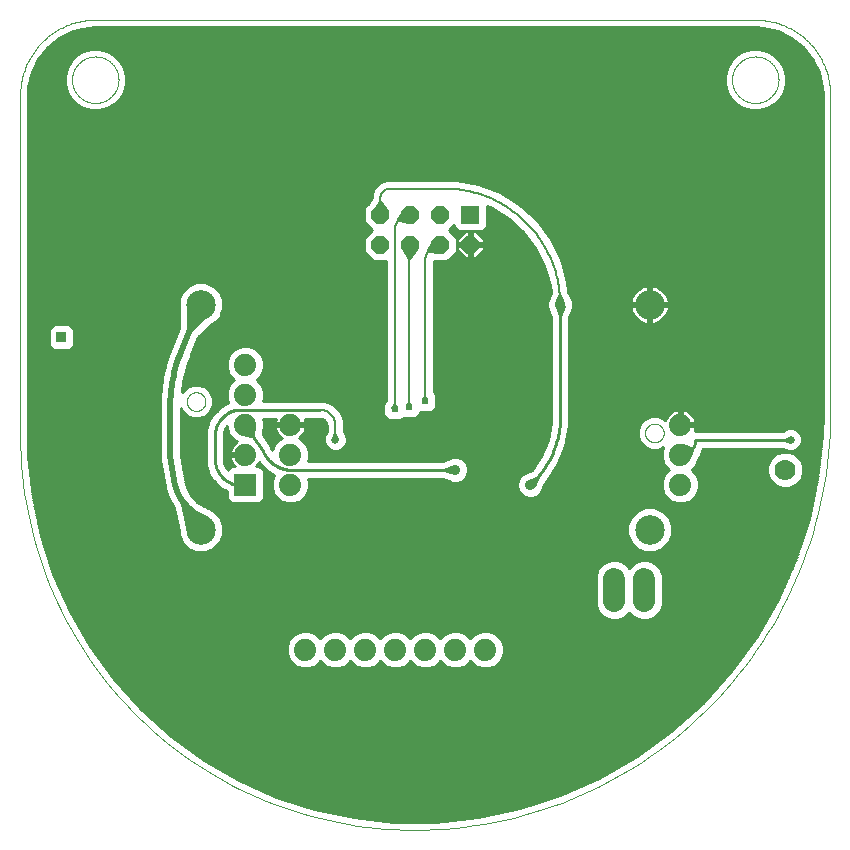
<source format=gbl>
G75*
%MOIN*%
%OFA0B0*%
%FSLAX25Y25*%
%IPPOS*%
%LPD*%
%AMOC8*
5,1,8,0,0,1.08239X$1,22.5*
%
%ADD10C,0.00000*%
%ADD11C,0.09843*%
%ADD12C,0.07400*%
%ADD13C,0.07000*%
%ADD14R,0.07400X0.07400*%
%ADD15R,0.06000X0.06000*%
%ADD16OC8,0.06000*%
%ADD17C,0.07400*%
%ADD18C,0.01000*%
%ADD19C,0.02600*%
%ADD20C,0.02000*%
%ADD21R,0.07000X0.07000*%
%ADD22R,0.02400X0.02400*%
%ADD23C,0.00800*%
%ADD24C,0.01600*%
%ADD25C,0.03600*%
%ADD26R,0.03562X0.03562*%
D10*
X0002665Y0132750D02*
X0002665Y0246500D01*
X0002672Y0247104D01*
X0002694Y0247708D01*
X0002731Y0248311D01*
X0002782Y0248913D01*
X0002847Y0249513D01*
X0002927Y0250112D01*
X0003022Y0250709D01*
X0003131Y0251303D01*
X0003254Y0251895D01*
X0003391Y0252483D01*
X0003543Y0253068D01*
X0003709Y0253649D01*
X0003889Y0254225D01*
X0004082Y0254798D01*
X0004290Y0255365D01*
X0004511Y0255927D01*
X0004745Y0256484D01*
X0004993Y0257035D01*
X0005254Y0257580D01*
X0005529Y0258118D01*
X0005816Y0258650D01*
X0006116Y0259174D01*
X0006428Y0259691D01*
X0006753Y0260200D01*
X0007090Y0260702D01*
X0007440Y0261195D01*
X0007801Y0261679D01*
X0008173Y0262155D01*
X0008557Y0262621D01*
X0008952Y0263078D01*
X0009358Y0263525D01*
X0009775Y0263963D01*
X0010202Y0264390D01*
X0010640Y0264807D01*
X0011087Y0265213D01*
X0011544Y0265608D01*
X0012010Y0265992D01*
X0012486Y0266364D01*
X0012970Y0266725D01*
X0013463Y0267075D01*
X0013965Y0267412D01*
X0014474Y0267737D01*
X0014991Y0268049D01*
X0015515Y0268349D01*
X0016047Y0268636D01*
X0016585Y0268911D01*
X0017130Y0269172D01*
X0017681Y0269420D01*
X0018238Y0269654D01*
X0018800Y0269875D01*
X0019367Y0270083D01*
X0019940Y0270276D01*
X0020516Y0270456D01*
X0021097Y0270622D01*
X0021682Y0270774D01*
X0022270Y0270911D01*
X0022862Y0271034D01*
X0023456Y0271143D01*
X0024053Y0271238D01*
X0024652Y0271318D01*
X0025252Y0271383D01*
X0025854Y0271434D01*
X0026457Y0271471D01*
X0027061Y0271493D01*
X0027665Y0271500D01*
X0247650Y0271500D01*
X0239915Y0251500D02*
X0239917Y0251690D01*
X0239924Y0251880D01*
X0239936Y0252070D01*
X0239952Y0252260D01*
X0239973Y0252449D01*
X0239999Y0252637D01*
X0240029Y0252825D01*
X0240064Y0253012D01*
X0240103Y0253198D01*
X0240147Y0253383D01*
X0240196Y0253567D01*
X0240249Y0253750D01*
X0240306Y0253931D01*
X0240368Y0254111D01*
X0240434Y0254289D01*
X0240505Y0254466D01*
X0240580Y0254641D01*
X0240659Y0254814D01*
X0240743Y0254984D01*
X0240830Y0255153D01*
X0240922Y0255320D01*
X0241018Y0255484D01*
X0241117Y0255646D01*
X0241221Y0255806D01*
X0241329Y0255963D01*
X0241440Y0256117D01*
X0241555Y0256268D01*
X0241674Y0256417D01*
X0241797Y0256562D01*
X0241923Y0256705D01*
X0242052Y0256844D01*
X0242185Y0256980D01*
X0242321Y0257113D01*
X0242460Y0257242D01*
X0242603Y0257368D01*
X0242748Y0257491D01*
X0242897Y0257610D01*
X0243048Y0257725D01*
X0243202Y0257836D01*
X0243359Y0257944D01*
X0243519Y0258048D01*
X0243681Y0258147D01*
X0243845Y0258243D01*
X0244012Y0258335D01*
X0244181Y0258422D01*
X0244351Y0258506D01*
X0244524Y0258585D01*
X0244699Y0258660D01*
X0244876Y0258731D01*
X0245054Y0258797D01*
X0245234Y0258859D01*
X0245415Y0258916D01*
X0245598Y0258969D01*
X0245782Y0259018D01*
X0245967Y0259062D01*
X0246153Y0259101D01*
X0246340Y0259136D01*
X0246528Y0259166D01*
X0246716Y0259192D01*
X0246905Y0259213D01*
X0247095Y0259229D01*
X0247285Y0259241D01*
X0247475Y0259248D01*
X0247665Y0259250D01*
X0247855Y0259248D01*
X0248045Y0259241D01*
X0248235Y0259229D01*
X0248425Y0259213D01*
X0248614Y0259192D01*
X0248802Y0259166D01*
X0248990Y0259136D01*
X0249177Y0259101D01*
X0249363Y0259062D01*
X0249548Y0259018D01*
X0249732Y0258969D01*
X0249915Y0258916D01*
X0250096Y0258859D01*
X0250276Y0258797D01*
X0250454Y0258731D01*
X0250631Y0258660D01*
X0250806Y0258585D01*
X0250979Y0258506D01*
X0251149Y0258422D01*
X0251318Y0258335D01*
X0251485Y0258243D01*
X0251649Y0258147D01*
X0251811Y0258048D01*
X0251971Y0257944D01*
X0252128Y0257836D01*
X0252282Y0257725D01*
X0252433Y0257610D01*
X0252582Y0257491D01*
X0252727Y0257368D01*
X0252870Y0257242D01*
X0253009Y0257113D01*
X0253145Y0256980D01*
X0253278Y0256844D01*
X0253407Y0256705D01*
X0253533Y0256562D01*
X0253656Y0256417D01*
X0253775Y0256268D01*
X0253890Y0256117D01*
X0254001Y0255963D01*
X0254109Y0255806D01*
X0254213Y0255646D01*
X0254312Y0255484D01*
X0254408Y0255320D01*
X0254500Y0255153D01*
X0254587Y0254984D01*
X0254671Y0254814D01*
X0254750Y0254641D01*
X0254825Y0254466D01*
X0254896Y0254289D01*
X0254962Y0254111D01*
X0255024Y0253931D01*
X0255081Y0253750D01*
X0255134Y0253567D01*
X0255183Y0253383D01*
X0255227Y0253198D01*
X0255266Y0253012D01*
X0255301Y0252825D01*
X0255331Y0252637D01*
X0255357Y0252449D01*
X0255378Y0252260D01*
X0255394Y0252070D01*
X0255406Y0251880D01*
X0255413Y0251690D01*
X0255415Y0251500D01*
X0255413Y0251310D01*
X0255406Y0251120D01*
X0255394Y0250930D01*
X0255378Y0250740D01*
X0255357Y0250551D01*
X0255331Y0250363D01*
X0255301Y0250175D01*
X0255266Y0249988D01*
X0255227Y0249802D01*
X0255183Y0249617D01*
X0255134Y0249433D01*
X0255081Y0249250D01*
X0255024Y0249069D01*
X0254962Y0248889D01*
X0254896Y0248711D01*
X0254825Y0248534D01*
X0254750Y0248359D01*
X0254671Y0248186D01*
X0254587Y0248016D01*
X0254500Y0247847D01*
X0254408Y0247680D01*
X0254312Y0247516D01*
X0254213Y0247354D01*
X0254109Y0247194D01*
X0254001Y0247037D01*
X0253890Y0246883D01*
X0253775Y0246732D01*
X0253656Y0246583D01*
X0253533Y0246438D01*
X0253407Y0246295D01*
X0253278Y0246156D01*
X0253145Y0246020D01*
X0253009Y0245887D01*
X0252870Y0245758D01*
X0252727Y0245632D01*
X0252582Y0245509D01*
X0252433Y0245390D01*
X0252282Y0245275D01*
X0252128Y0245164D01*
X0251971Y0245056D01*
X0251811Y0244952D01*
X0251649Y0244853D01*
X0251485Y0244757D01*
X0251318Y0244665D01*
X0251149Y0244578D01*
X0250979Y0244494D01*
X0250806Y0244415D01*
X0250631Y0244340D01*
X0250454Y0244269D01*
X0250276Y0244203D01*
X0250096Y0244141D01*
X0249915Y0244084D01*
X0249732Y0244031D01*
X0249548Y0243982D01*
X0249363Y0243938D01*
X0249177Y0243899D01*
X0248990Y0243864D01*
X0248802Y0243834D01*
X0248614Y0243808D01*
X0248425Y0243787D01*
X0248235Y0243771D01*
X0248045Y0243759D01*
X0247855Y0243752D01*
X0247665Y0243750D01*
X0247475Y0243752D01*
X0247285Y0243759D01*
X0247095Y0243771D01*
X0246905Y0243787D01*
X0246716Y0243808D01*
X0246528Y0243834D01*
X0246340Y0243864D01*
X0246153Y0243899D01*
X0245967Y0243938D01*
X0245782Y0243982D01*
X0245598Y0244031D01*
X0245415Y0244084D01*
X0245234Y0244141D01*
X0245054Y0244203D01*
X0244876Y0244269D01*
X0244699Y0244340D01*
X0244524Y0244415D01*
X0244351Y0244494D01*
X0244181Y0244578D01*
X0244012Y0244665D01*
X0243845Y0244757D01*
X0243681Y0244853D01*
X0243519Y0244952D01*
X0243359Y0245056D01*
X0243202Y0245164D01*
X0243048Y0245275D01*
X0242897Y0245390D01*
X0242748Y0245509D01*
X0242603Y0245632D01*
X0242460Y0245758D01*
X0242321Y0245887D01*
X0242185Y0246020D01*
X0242052Y0246156D01*
X0241923Y0246295D01*
X0241797Y0246438D01*
X0241674Y0246583D01*
X0241555Y0246732D01*
X0241440Y0246883D01*
X0241329Y0247037D01*
X0241221Y0247194D01*
X0241117Y0247354D01*
X0241018Y0247516D01*
X0240922Y0247680D01*
X0240830Y0247847D01*
X0240743Y0248016D01*
X0240659Y0248186D01*
X0240580Y0248359D01*
X0240505Y0248534D01*
X0240434Y0248711D01*
X0240368Y0248889D01*
X0240306Y0249069D01*
X0240249Y0249250D01*
X0240196Y0249433D01*
X0240147Y0249617D01*
X0240103Y0249802D01*
X0240064Y0249988D01*
X0240029Y0250175D01*
X0239999Y0250363D01*
X0239973Y0250551D01*
X0239952Y0250740D01*
X0239936Y0250930D01*
X0239924Y0251120D01*
X0239917Y0251310D01*
X0239915Y0251500D01*
X0247649Y0271500D02*
X0248254Y0271493D01*
X0248858Y0271471D01*
X0249461Y0271434D01*
X0250063Y0271383D01*
X0250664Y0271318D01*
X0251263Y0271238D01*
X0251860Y0271143D01*
X0252454Y0271034D01*
X0253046Y0270911D01*
X0253634Y0270773D01*
X0254219Y0270621D01*
X0254801Y0270456D01*
X0255377Y0270276D01*
X0255950Y0270082D01*
X0256518Y0269874D01*
X0257080Y0269653D01*
X0257637Y0269419D01*
X0258188Y0269170D01*
X0258733Y0268909D01*
X0259271Y0268635D01*
X0259803Y0268347D01*
X0260327Y0268047D01*
X0260845Y0267734D01*
X0261354Y0267409D01*
X0261855Y0267072D01*
X0262348Y0266722D01*
X0262833Y0266361D01*
X0263309Y0265988D01*
X0263775Y0265604D01*
X0264232Y0265209D01*
X0264680Y0264802D01*
X0265117Y0264385D01*
X0265544Y0263958D01*
X0265961Y0263520D01*
X0266367Y0263073D01*
X0266762Y0262615D01*
X0267146Y0262149D01*
X0267519Y0261673D01*
X0267880Y0261188D01*
X0268229Y0260695D01*
X0268566Y0260193D01*
X0268891Y0259684D01*
X0269203Y0259166D01*
X0269503Y0258642D01*
X0269790Y0258110D01*
X0270064Y0257571D01*
X0270325Y0257026D01*
X0270573Y0256475D01*
X0270808Y0255918D01*
X0271028Y0255355D01*
X0271236Y0254788D01*
X0271429Y0254215D01*
X0271609Y0253638D01*
X0271774Y0253057D01*
X0271925Y0252472D01*
X0272063Y0251883D01*
X0272186Y0251292D01*
X0272294Y0250697D01*
X0272389Y0250100D01*
X0272468Y0249501D01*
X0272534Y0248900D01*
X0272584Y0248298D01*
X0272620Y0247695D01*
X0272642Y0247091D01*
X0272649Y0246487D01*
X0272650Y0246486D02*
X0272586Y0140172D01*
X0210943Y0133783D02*
X0210945Y0133894D01*
X0210951Y0134005D01*
X0210961Y0134116D01*
X0210975Y0134227D01*
X0210993Y0134337D01*
X0211015Y0134446D01*
X0211040Y0134554D01*
X0211070Y0134661D01*
X0211103Y0134767D01*
X0211141Y0134872D01*
X0211182Y0134976D01*
X0211226Y0135078D01*
X0211275Y0135178D01*
X0211326Y0135276D01*
X0211382Y0135373D01*
X0211441Y0135467D01*
X0211503Y0135560D01*
X0211568Y0135650D01*
X0211637Y0135737D01*
X0211708Y0135823D01*
X0211783Y0135905D01*
X0211861Y0135985D01*
X0211941Y0136062D01*
X0212024Y0136136D01*
X0212110Y0136207D01*
X0212198Y0136274D01*
X0212289Y0136339D01*
X0212382Y0136400D01*
X0212477Y0136458D01*
X0212574Y0136513D01*
X0212673Y0136564D01*
X0212774Y0136611D01*
X0212876Y0136655D01*
X0212980Y0136695D01*
X0213085Y0136731D01*
X0213191Y0136764D01*
X0213299Y0136792D01*
X0213408Y0136817D01*
X0213517Y0136838D01*
X0213627Y0136855D01*
X0213737Y0136868D01*
X0213848Y0136877D01*
X0213960Y0136882D01*
X0214071Y0136883D01*
X0214182Y0136880D01*
X0214293Y0136873D01*
X0214404Y0136862D01*
X0214514Y0136847D01*
X0214624Y0136828D01*
X0214733Y0136805D01*
X0214841Y0136779D01*
X0214948Y0136748D01*
X0215054Y0136714D01*
X0215158Y0136675D01*
X0215261Y0136634D01*
X0215363Y0136588D01*
X0215463Y0136539D01*
X0215561Y0136486D01*
X0215657Y0136430D01*
X0215751Y0136370D01*
X0215843Y0136307D01*
X0215932Y0136241D01*
X0216019Y0136172D01*
X0216103Y0136099D01*
X0216185Y0136024D01*
X0216264Y0135945D01*
X0216341Y0135864D01*
X0216414Y0135780D01*
X0216484Y0135694D01*
X0216551Y0135605D01*
X0216615Y0135514D01*
X0216675Y0135421D01*
X0216732Y0135325D01*
X0216786Y0135227D01*
X0216836Y0135128D01*
X0216882Y0135027D01*
X0216925Y0134924D01*
X0216964Y0134820D01*
X0217000Y0134714D01*
X0217031Y0134608D01*
X0217059Y0134500D01*
X0217083Y0134391D01*
X0217103Y0134282D01*
X0217119Y0134172D01*
X0217131Y0134061D01*
X0217139Y0133950D01*
X0217143Y0133839D01*
X0217143Y0133727D01*
X0217139Y0133616D01*
X0217131Y0133505D01*
X0217119Y0133394D01*
X0217103Y0133284D01*
X0217083Y0133175D01*
X0217059Y0133066D01*
X0217031Y0132958D01*
X0217000Y0132852D01*
X0216964Y0132746D01*
X0216925Y0132642D01*
X0216882Y0132539D01*
X0216836Y0132438D01*
X0216786Y0132339D01*
X0216732Y0132241D01*
X0216675Y0132145D01*
X0216615Y0132052D01*
X0216551Y0131961D01*
X0216484Y0131872D01*
X0216414Y0131786D01*
X0216341Y0131702D01*
X0216264Y0131621D01*
X0216185Y0131542D01*
X0216103Y0131467D01*
X0216019Y0131394D01*
X0215932Y0131325D01*
X0215843Y0131259D01*
X0215751Y0131196D01*
X0215657Y0131136D01*
X0215561Y0131080D01*
X0215463Y0131027D01*
X0215363Y0130978D01*
X0215261Y0130932D01*
X0215158Y0130891D01*
X0215054Y0130852D01*
X0214948Y0130818D01*
X0214841Y0130787D01*
X0214733Y0130761D01*
X0214624Y0130738D01*
X0214514Y0130719D01*
X0214404Y0130704D01*
X0214293Y0130693D01*
X0214182Y0130686D01*
X0214071Y0130683D01*
X0213960Y0130684D01*
X0213848Y0130689D01*
X0213737Y0130698D01*
X0213627Y0130711D01*
X0213517Y0130728D01*
X0213408Y0130749D01*
X0213299Y0130774D01*
X0213191Y0130802D01*
X0213085Y0130835D01*
X0212980Y0130871D01*
X0212876Y0130911D01*
X0212774Y0130955D01*
X0212673Y0131002D01*
X0212574Y0131053D01*
X0212477Y0131108D01*
X0212382Y0131166D01*
X0212289Y0131227D01*
X0212198Y0131292D01*
X0212110Y0131359D01*
X0212024Y0131430D01*
X0211941Y0131504D01*
X0211861Y0131581D01*
X0211783Y0131661D01*
X0211708Y0131743D01*
X0211637Y0131829D01*
X0211568Y0131916D01*
X0211503Y0132006D01*
X0211441Y0132099D01*
X0211382Y0132193D01*
X0211326Y0132290D01*
X0211275Y0132388D01*
X0211226Y0132488D01*
X0211182Y0132590D01*
X0211141Y0132694D01*
X0211103Y0132799D01*
X0211070Y0132905D01*
X0211040Y0133012D01*
X0211015Y0133120D01*
X0210993Y0133229D01*
X0210975Y0133339D01*
X0210961Y0133450D01*
X0210951Y0133561D01*
X0210945Y0133672D01*
X0210943Y0133783D01*
X0133914Y0001500D02*
X0130743Y0001538D01*
X0127573Y0001653D01*
X0124407Y0001845D01*
X0121247Y0002113D01*
X0118094Y0002457D01*
X0114950Y0002877D01*
X0111817Y0003373D01*
X0108697Y0003945D01*
X0105592Y0004592D01*
X0102504Y0005314D01*
X0099434Y0006110D01*
X0096384Y0006980D01*
X0093356Y0007924D01*
X0090351Y0008940D01*
X0087372Y0010029D01*
X0084420Y0011190D01*
X0081497Y0012421D01*
X0078605Y0013723D01*
X0075745Y0015094D01*
X0072919Y0016534D01*
X0070129Y0018042D01*
X0067376Y0019616D01*
X0064661Y0021257D01*
X0061987Y0022963D01*
X0059356Y0024733D01*
X0056767Y0026567D01*
X0054224Y0028462D01*
X0051727Y0030418D01*
X0049278Y0032434D01*
X0046879Y0034508D01*
X0044531Y0036640D01*
X0042234Y0038828D01*
X0039992Y0041070D01*
X0037804Y0043367D01*
X0035672Y0045715D01*
X0033598Y0048114D01*
X0031582Y0050563D01*
X0029626Y0053060D01*
X0027731Y0055603D01*
X0025897Y0058192D01*
X0024127Y0060823D01*
X0022421Y0063497D01*
X0020780Y0066212D01*
X0019206Y0068965D01*
X0017698Y0071755D01*
X0016258Y0074581D01*
X0014887Y0077441D01*
X0013585Y0080333D01*
X0012354Y0083256D01*
X0011193Y0086208D01*
X0010104Y0089187D01*
X0009088Y0092192D01*
X0008144Y0095220D01*
X0007274Y0098270D01*
X0006478Y0101340D01*
X0005756Y0104428D01*
X0005109Y0107533D01*
X0004537Y0110653D01*
X0004041Y0113786D01*
X0003621Y0116930D01*
X0003277Y0120083D01*
X0003009Y0123243D01*
X0002817Y0126409D01*
X0002702Y0129579D01*
X0002664Y0132750D01*
X0058187Y0144217D02*
X0058189Y0144328D01*
X0058195Y0144439D01*
X0058205Y0144550D01*
X0058219Y0144661D01*
X0058237Y0144771D01*
X0058259Y0144880D01*
X0058284Y0144988D01*
X0058314Y0145095D01*
X0058347Y0145201D01*
X0058385Y0145306D01*
X0058426Y0145410D01*
X0058470Y0145512D01*
X0058519Y0145612D01*
X0058570Y0145710D01*
X0058626Y0145807D01*
X0058685Y0145901D01*
X0058747Y0145994D01*
X0058812Y0146084D01*
X0058881Y0146171D01*
X0058952Y0146257D01*
X0059027Y0146339D01*
X0059105Y0146419D01*
X0059185Y0146496D01*
X0059268Y0146570D01*
X0059354Y0146641D01*
X0059442Y0146708D01*
X0059533Y0146773D01*
X0059626Y0146834D01*
X0059721Y0146892D01*
X0059818Y0146947D01*
X0059917Y0146998D01*
X0060018Y0147045D01*
X0060120Y0147089D01*
X0060224Y0147129D01*
X0060329Y0147165D01*
X0060435Y0147198D01*
X0060543Y0147226D01*
X0060652Y0147251D01*
X0060761Y0147272D01*
X0060871Y0147289D01*
X0060981Y0147302D01*
X0061092Y0147311D01*
X0061204Y0147316D01*
X0061315Y0147317D01*
X0061426Y0147314D01*
X0061537Y0147307D01*
X0061648Y0147296D01*
X0061758Y0147281D01*
X0061868Y0147262D01*
X0061977Y0147239D01*
X0062085Y0147213D01*
X0062192Y0147182D01*
X0062298Y0147148D01*
X0062402Y0147109D01*
X0062505Y0147068D01*
X0062607Y0147022D01*
X0062707Y0146973D01*
X0062805Y0146920D01*
X0062901Y0146864D01*
X0062995Y0146804D01*
X0063087Y0146741D01*
X0063176Y0146675D01*
X0063263Y0146606D01*
X0063347Y0146533D01*
X0063429Y0146458D01*
X0063508Y0146379D01*
X0063585Y0146298D01*
X0063658Y0146214D01*
X0063728Y0146128D01*
X0063795Y0146039D01*
X0063859Y0145948D01*
X0063919Y0145855D01*
X0063976Y0145759D01*
X0064030Y0145661D01*
X0064080Y0145562D01*
X0064126Y0145461D01*
X0064169Y0145358D01*
X0064208Y0145254D01*
X0064244Y0145148D01*
X0064275Y0145042D01*
X0064303Y0144934D01*
X0064327Y0144825D01*
X0064347Y0144716D01*
X0064363Y0144606D01*
X0064375Y0144495D01*
X0064383Y0144384D01*
X0064387Y0144273D01*
X0064387Y0144161D01*
X0064383Y0144050D01*
X0064375Y0143939D01*
X0064363Y0143828D01*
X0064347Y0143718D01*
X0064327Y0143609D01*
X0064303Y0143500D01*
X0064275Y0143392D01*
X0064244Y0143286D01*
X0064208Y0143180D01*
X0064169Y0143076D01*
X0064126Y0142973D01*
X0064080Y0142872D01*
X0064030Y0142773D01*
X0063976Y0142675D01*
X0063919Y0142579D01*
X0063859Y0142486D01*
X0063795Y0142395D01*
X0063728Y0142306D01*
X0063658Y0142220D01*
X0063585Y0142136D01*
X0063508Y0142055D01*
X0063429Y0141976D01*
X0063347Y0141901D01*
X0063263Y0141828D01*
X0063176Y0141759D01*
X0063087Y0141693D01*
X0062995Y0141630D01*
X0062901Y0141570D01*
X0062805Y0141514D01*
X0062707Y0141461D01*
X0062607Y0141412D01*
X0062505Y0141366D01*
X0062402Y0141325D01*
X0062298Y0141286D01*
X0062192Y0141252D01*
X0062085Y0141221D01*
X0061977Y0141195D01*
X0061868Y0141172D01*
X0061758Y0141153D01*
X0061648Y0141138D01*
X0061537Y0141127D01*
X0061426Y0141120D01*
X0061315Y0141117D01*
X0061204Y0141118D01*
X0061092Y0141123D01*
X0060981Y0141132D01*
X0060871Y0141145D01*
X0060761Y0141162D01*
X0060652Y0141183D01*
X0060543Y0141208D01*
X0060435Y0141236D01*
X0060329Y0141269D01*
X0060224Y0141305D01*
X0060120Y0141345D01*
X0060018Y0141389D01*
X0059917Y0141436D01*
X0059818Y0141487D01*
X0059721Y0141542D01*
X0059626Y0141600D01*
X0059533Y0141661D01*
X0059442Y0141726D01*
X0059354Y0141793D01*
X0059268Y0141864D01*
X0059185Y0141938D01*
X0059105Y0142015D01*
X0059027Y0142095D01*
X0058952Y0142177D01*
X0058881Y0142263D01*
X0058812Y0142350D01*
X0058747Y0142440D01*
X0058685Y0142533D01*
X0058626Y0142627D01*
X0058570Y0142724D01*
X0058519Y0142822D01*
X0058470Y0142922D01*
X0058426Y0143024D01*
X0058385Y0143128D01*
X0058347Y0143233D01*
X0058314Y0143339D01*
X0058284Y0143446D01*
X0058259Y0143554D01*
X0058237Y0143663D01*
X0058219Y0143773D01*
X0058205Y0143884D01*
X0058195Y0143995D01*
X0058189Y0144106D01*
X0058187Y0144217D01*
X0133914Y0001500D02*
X0137265Y0001540D01*
X0140614Y0001662D01*
X0143959Y0001864D01*
X0147298Y0002147D01*
X0150629Y0002511D01*
X0153951Y0002955D01*
X0157260Y0003479D01*
X0160557Y0004083D01*
X0163837Y0004767D01*
X0167100Y0005530D01*
X0170344Y0006371D01*
X0173567Y0007290D01*
X0176766Y0008287D01*
X0179940Y0009361D01*
X0183088Y0010511D01*
X0186206Y0011738D01*
X0189295Y0013039D01*
X0192351Y0014414D01*
X0195372Y0015863D01*
X0198358Y0017384D01*
X0201306Y0018977D01*
X0204215Y0020641D01*
X0207083Y0022375D01*
X0209908Y0024177D01*
X0212689Y0026047D01*
X0215423Y0027984D01*
X0218110Y0029986D01*
X0220748Y0032053D01*
X0223336Y0034183D01*
X0225871Y0036375D01*
X0228352Y0038627D01*
X0230778Y0040938D01*
X0233148Y0043308D01*
X0235459Y0045734D01*
X0237711Y0048215D01*
X0239903Y0050750D01*
X0242033Y0053338D01*
X0244100Y0055976D01*
X0246102Y0058663D01*
X0248039Y0061397D01*
X0249909Y0064178D01*
X0251711Y0067003D01*
X0253445Y0069871D01*
X0255109Y0072780D01*
X0256702Y0075728D01*
X0258223Y0078714D01*
X0259672Y0081735D01*
X0261047Y0084791D01*
X0262348Y0087880D01*
X0263575Y0090998D01*
X0264725Y0094146D01*
X0265799Y0097320D01*
X0266796Y0100519D01*
X0267715Y0103742D01*
X0268556Y0106986D01*
X0269319Y0110249D01*
X0270003Y0113529D01*
X0270607Y0116826D01*
X0271131Y0120135D01*
X0271575Y0123457D01*
X0271939Y0126788D01*
X0272222Y0130127D01*
X0272424Y0133472D01*
X0272546Y0136821D01*
X0272586Y0140172D01*
X0019915Y0251500D02*
X0019917Y0251690D01*
X0019924Y0251880D01*
X0019936Y0252070D01*
X0019952Y0252260D01*
X0019973Y0252449D01*
X0019999Y0252637D01*
X0020029Y0252825D01*
X0020064Y0253012D01*
X0020103Y0253198D01*
X0020147Y0253383D01*
X0020196Y0253567D01*
X0020249Y0253750D01*
X0020306Y0253931D01*
X0020368Y0254111D01*
X0020434Y0254289D01*
X0020505Y0254466D01*
X0020580Y0254641D01*
X0020659Y0254814D01*
X0020743Y0254984D01*
X0020830Y0255153D01*
X0020922Y0255320D01*
X0021018Y0255484D01*
X0021117Y0255646D01*
X0021221Y0255806D01*
X0021329Y0255963D01*
X0021440Y0256117D01*
X0021555Y0256268D01*
X0021674Y0256417D01*
X0021797Y0256562D01*
X0021923Y0256705D01*
X0022052Y0256844D01*
X0022185Y0256980D01*
X0022321Y0257113D01*
X0022460Y0257242D01*
X0022603Y0257368D01*
X0022748Y0257491D01*
X0022897Y0257610D01*
X0023048Y0257725D01*
X0023202Y0257836D01*
X0023359Y0257944D01*
X0023519Y0258048D01*
X0023681Y0258147D01*
X0023845Y0258243D01*
X0024012Y0258335D01*
X0024181Y0258422D01*
X0024351Y0258506D01*
X0024524Y0258585D01*
X0024699Y0258660D01*
X0024876Y0258731D01*
X0025054Y0258797D01*
X0025234Y0258859D01*
X0025415Y0258916D01*
X0025598Y0258969D01*
X0025782Y0259018D01*
X0025967Y0259062D01*
X0026153Y0259101D01*
X0026340Y0259136D01*
X0026528Y0259166D01*
X0026716Y0259192D01*
X0026905Y0259213D01*
X0027095Y0259229D01*
X0027285Y0259241D01*
X0027475Y0259248D01*
X0027665Y0259250D01*
X0027855Y0259248D01*
X0028045Y0259241D01*
X0028235Y0259229D01*
X0028425Y0259213D01*
X0028614Y0259192D01*
X0028802Y0259166D01*
X0028990Y0259136D01*
X0029177Y0259101D01*
X0029363Y0259062D01*
X0029548Y0259018D01*
X0029732Y0258969D01*
X0029915Y0258916D01*
X0030096Y0258859D01*
X0030276Y0258797D01*
X0030454Y0258731D01*
X0030631Y0258660D01*
X0030806Y0258585D01*
X0030979Y0258506D01*
X0031149Y0258422D01*
X0031318Y0258335D01*
X0031485Y0258243D01*
X0031649Y0258147D01*
X0031811Y0258048D01*
X0031971Y0257944D01*
X0032128Y0257836D01*
X0032282Y0257725D01*
X0032433Y0257610D01*
X0032582Y0257491D01*
X0032727Y0257368D01*
X0032870Y0257242D01*
X0033009Y0257113D01*
X0033145Y0256980D01*
X0033278Y0256844D01*
X0033407Y0256705D01*
X0033533Y0256562D01*
X0033656Y0256417D01*
X0033775Y0256268D01*
X0033890Y0256117D01*
X0034001Y0255963D01*
X0034109Y0255806D01*
X0034213Y0255646D01*
X0034312Y0255484D01*
X0034408Y0255320D01*
X0034500Y0255153D01*
X0034587Y0254984D01*
X0034671Y0254814D01*
X0034750Y0254641D01*
X0034825Y0254466D01*
X0034896Y0254289D01*
X0034962Y0254111D01*
X0035024Y0253931D01*
X0035081Y0253750D01*
X0035134Y0253567D01*
X0035183Y0253383D01*
X0035227Y0253198D01*
X0035266Y0253012D01*
X0035301Y0252825D01*
X0035331Y0252637D01*
X0035357Y0252449D01*
X0035378Y0252260D01*
X0035394Y0252070D01*
X0035406Y0251880D01*
X0035413Y0251690D01*
X0035415Y0251500D01*
X0035413Y0251310D01*
X0035406Y0251120D01*
X0035394Y0250930D01*
X0035378Y0250740D01*
X0035357Y0250551D01*
X0035331Y0250363D01*
X0035301Y0250175D01*
X0035266Y0249988D01*
X0035227Y0249802D01*
X0035183Y0249617D01*
X0035134Y0249433D01*
X0035081Y0249250D01*
X0035024Y0249069D01*
X0034962Y0248889D01*
X0034896Y0248711D01*
X0034825Y0248534D01*
X0034750Y0248359D01*
X0034671Y0248186D01*
X0034587Y0248016D01*
X0034500Y0247847D01*
X0034408Y0247680D01*
X0034312Y0247516D01*
X0034213Y0247354D01*
X0034109Y0247194D01*
X0034001Y0247037D01*
X0033890Y0246883D01*
X0033775Y0246732D01*
X0033656Y0246583D01*
X0033533Y0246438D01*
X0033407Y0246295D01*
X0033278Y0246156D01*
X0033145Y0246020D01*
X0033009Y0245887D01*
X0032870Y0245758D01*
X0032727Y0245632D01*
X0032582Y0245509D01*
X0032433Y0245390D01*
X0032282Y0245275D01*
X0032128Y0245164D01*
X0031971Y0245056D01*
X0031811Y0244952D01*
X0031649Y0244853D01*
X0031485Y0244757D01*
X0031318Y0244665D01*
X0031149Y0244578D01*
X0030979Y0244494D01*
X0030806Y0244415D01*
X0030631Y0244340D01*
X0030454Y0244269D01*
X0030276Y0244203D01*
X0030096Y0244141D01*
X0029915Y0244084D01*
X0029732Y0244031D01*
X0029548Y0243982D01*
X0029363Y0243938D01*
X0029177Y0243899D01*
X0028990Y0243864D01*
X0028802Y0243834D01*
X0028614Y0243808D01*
X0028425Y0243787D01*
X0028235Y0243771D01*
X0028045Y0243759D01*
X0027855Y0243752D01*
X0027665Y0243750D01*
X0027475Y0243752D01*
X0027285Y0243759D01*
X0027095Y0243771D01*
X0026905Y0243787D01*
X0026716Y0243808D01*
X0026528Y0243834D01*
X0026340Y0243864D01*
X0026153Y0243899D01*
X0025967Y0243938D01*
X0025782Y0243982D01*
X0025598Y0244031D01*
X0025415Y0244084D01*
X0025234Y0244141D01*
X0025054Y0244203D01*
X0024876Y0244269D01*
X0024699Y0244340D01*
X0024524Y0244415D01*
X0024351Y0244494D01*
X0024181Y0244578D01*
X0024012Y0244665D01*
X0023845Y0244757D01*
X0023681Y0244853D01*
X0023519Y0244952D01*
X0023359Y0245056D01*
X0023202Y0245164D01*
X0023048Y0245275D01*
X0022897Y0245390D01*
X0022748Y0245509D01*
X0022603Y0245632D01*
X0022460Y0245758D01*
X0022321Y0245887D01*
X0022185Y0246020D01*
X0022052Y0246156D01*
X0021923Y0246295D01*
X0021797Y0246438D01*
X0021674Y0246583D01*
X0021555Y0246732D01*
X0021440Y0246883D01*
X0021329Y0247037D01*
X0021221Y0247194D01*
X0021117Y0247354D01*
X0021018Y0247516D01*
X0020922Y0247680D01*
X0020830Y0247847D01*
X0020743Y0248016D01*
X0020659Y0248186D01*
X0020580Y0248359D01*
X0020505Y0248534D01*
X0020434Y0248711D01*
X0020368Y0248889D01*
X0020306Y0249069D01*
X0020249Y0249250D01*
X0020196Y0249433D01*
X0020147Y0249617D01*
X0020103Y0249802D01*
X0020064Y0249988D01*
X0020029Y0250175D01*
X0019999Y0250363D01*
X0019973Y0250551D01*
X0019952Y0250740D01*
X0019936Y0250930D01*
X0019924Y0251120D01*
X0019917Y0251310D01*
X0019915Y0251500D01*
D11*
X0062862Y0176500D03*
X0062862Y0101500D03*
X0212468Y0101500D03*
X0212468Y0176500D03*
D12*
X0222665Y0136500D03*
X0222665Y0126500D03*
X0222665Y0116500D03*
X0157665Y0061500D03*
X0147665Y0061500D03*
X0137665Y0061500D03*
X0127665Y0061500D03*
X0117665Y0061500D03*
X0107665Y0061500D03*
X0097665Y0061500D03*
X0092665Y0116500D03*
X0092665Y0126500D03*
X0092665Y0136500D03*
X0077665Y0136500D03*
X0077665Y0146500D03*
X0077665Y0156500D03*
X0077665Y0126500D03*
D13*
X0257665Y0121500D03*
D14*
X0077665Y0116500D03*
D15*
X0152665Y0206500D03*
D16*
X0142665Y0206500D03*
X0142665Y0196500D03*
X0152665Y0196500D03*
X0132665Y0196500D03*
X0132665Y0206500D03*
X0122665Y0206500D03*
X0122665Y0196500D03*
D17*
X0200657Y0085082D02*
X0200657Y0077682D01*
X0210657Y0077682D02*
X0210657Y0085082D01*
D18*
X0042875Y0041710D02*
X0033857Y0051725D01*
X0025936Y0062628D01*
X0019198Y0074298D01*
X0013716Y0086610D01*
X0009552Y0099427D01*
X0006750Y0112609D01*
X0005341Y0126011D01*
X0005165Y0132749D01*
X0005165Y0246500D01*
X0005306Y0249019D01*
X0006427Y0253931D01*
X0008613Y0258471D01*
X0011755Y0262410D01*
X0015694Y0265551D01*
X0020234Y0267737D01*
X0025146Y0268859D01*
X0027665Y0269000D01*
X0247153Y0269000D01*
X0247632Y0269000D01*
X0247650Y0269000D01*
X0250170Y0268858D01*
X0255084Y0267737D01*
X0259624Y0265549D01*
X0263564Y0262406D01*
X0266706Y0258464D01*
X0268891Y0253922D01*
X0270010Y0249008D01*
X0270150Y0246488D01*
X0270086Y0140670D01*
X0270086Y0140669D01*
X0270086Y0140172D01*
X0269899Y0133045D01*
X0268410Y0118870D01*
X0265446Y0104928D01*
X0261042Y0091372D01*
X0255244Y0078351D01*
X0248118Y0066007D01*
X0239740Y0054476D01*
X0230202Y0043884D01*
X0219610Y0034346D01*
X0208079Y0025968D01*
X0195735Y0018842D01*
X0182714Y0013044D01*
X0169158Y0008640D01*
X0155216Y0005676D01*
X0141041Y0004187D01*
X0133914Y0004000D01*
X0127176Y0004176D01*
X0113774Y0005585D01*
X0100592Y0008387D01*
X0087775Y0012551D01*
X0075463Y0018033D01*
X0063792Y0024771D01*
X0052890Y0032692D01*
X0042875Y0041710D01*
X0042951Y0041641D02*
X0227712Y0041641D01*
X0226603Y0040643D02*
X0044060Y0040643D01*
X0045169Y0039644D02*
X0225494Y0039644D01*
X0224385Y0038646D02*
X0046278Y0038646D01*
X0047387Y0037647D02*
X0223276Y0037647D01*
X0222167Y0036649D02*
X0048495Y0036649D01*
X0049604Y0035650D02*
X0221058Y0035650D01*
X0219949Y0034652D02*
X0050713Y0034652D01*
X0051822Y0033653D02*
X0218656Y0033653D01*
X0217282Y0032655D02*
X0052941Y0032655D01*
X0054316Y0031656D02*
X0215907Y0031656D01*
X0214533Y0030658D02*
X0055690Y0030658D01*
X0057064Y0029659D02*
X0213159Y0029659D01*
X0211784Y0028661D02*
X0058439Y0028661D01*
X0059813Y0027662D02*
X0210410Y0027662D01*
X0209036Y0026664D02*
X0061187Y0026664D01*
X0062562Y0025665D02*
X0207554Y0025665D01*
X0205824Y0024667D02*
X0063973Y0024667D01*
X0065703Y0023668D02*
X0204095Y0023668D01*
X0202365Y0022670D02*
X0067432Y0022670D01*
X0069162Y0021671D02*
X0200636Y0021671D01*
X0198906Y0020673D02*
X0070891Y0020673D01*
X0072620Y0019674D02*
X0197177Y0019674D01*
X0195362Y0018676D02*
X0074350Y0018676D01*
X0076262Y0017677D02*
X0193119Y0017677D01*
X0190876Y0016679D02*
X0078505Y0016679D01*
X0080748Y0015680D02*
X0188634Y0015680D01*
X0186391Y0014682D02*
X0082990Y0014682D01*
X0085233Y0013683D02*
X0184148Y0013683D01*
X0181606Y0012685D02*
X0087476Y0012685D01*
X0090438Y0011686D02*
X0178533Y0011686D01*
X0175460Y0010688D02*
X0093511Y0010688D01*
X0096584Y0009689D02*
X0172387Y0009689D01*
X0169314Y0008691D02*
X0099657Y0008691D01*
X0103861Y0007692D02*
X0164699Y0007692D01*
X0160001Y0006694D02*
X0108559Y0006694D01*
X0113256Y0005695D02*
X0155304Y0005695D01*
X0145892Y0004697D02*
X0122228Y0004697D01*
X0118898Y0055300D02*
X0116432Y0055300D01*
X0114153Y0056244D01*
X0112665Y0057732D01*
X0111177Y0056244D01*
X0108898Y0055300D01*
X0106432Y0055300D01*
X0104153Y0056244D01*
X0102665Y0057732D01*
X0101177Y0056244D01*
X0098898Y0055300D01*
X0096432Y0055300D01*
X0094153Y0056244D01*
X0092409Y0057988D01*
X0091465Y0060267D01*
X0091465Y0062733D01*
X0092409Y0065012D01*
X0094153Y0066756D01*
X0096432Y0067700D01*
X0098898Y0067700D01*
X0101177Y0066756D01*
X0102665Y0065268D01*
X0104153Y0066756D01*
X0106432Y0067700D01*
X0108898Y0067700D01*
X0111177Y0066756D01*
X0112665Y0065268D01*
X0114153Y0066756D01*
X0116432Y0067700D01*
X0118898Y0067700D01*
X0121177Y0066756D01*
X0122665Y0065268D01*
X0124153Y0066756D01*
X0126432Y0067700D01*
X0128898Y0067700D01*
X0131177Y0066756D01*
X0132665Y0065268D01*
X0134153Y0066756D01*
X0136432Y0067700D01*
X0138898Y0067700D01*
X0141177Y0066756D01*
X0142665Y0065268D01*
X0144153Y0066756D01*
X0146432Y0067700D01*
X0148898Y0067700D01*
X0151177Y0066756D01*
X0152665Y0065268D01*
X0154153Y0066756D01*
X0156432Y0067700D01*
X0158898Y0067700D01*
X0161177Y0066756D01*
X0162921Y0065012D01*
X0163865Y0062733D01*
X0163865Y0060267D01*
X0162921Y0057988D01*
X0161177Y0056244D01*
X0158898Y0055300D01*
X0156432Y0055300D01*
X0154153Y0056244D01*
X0152665Y0057732D01*
X0151177Y0056244D01*
X0148898Y0055300D01*
X0146432Y0055300D01*
X0144153Y0056244D01*
X0142665Y0057732D01*
X0141177Y0056244D01*
X0138898Y0055300D01*
X0136432Y0055300D01*
X0134153Y0056244D01*
X0132665Y0057732D01*
X0131177Y0056244D01*
X0128898Y0055300D01*
X0126432Y0055300D01*
X0124153Y0056244D01*
X0122665Y0057732D01*
X0121177Y0056244D01*
X0118898Y0055300D01*
X0119672Y0055621D02*
X0125658Y0055621D01*
X0123778Y0056619D02*
X0121552Y0056619D01*
X0122551Y0057618D02*
X0122779Y0057618D01*
X0115658Y0055621D02*
X0109672Y0055621D01*
X0111552Y0056619D02*
X0113778Y0056619D01*
X0112779Y0057618D02*
X0112551Y0057618D01*
X0105658Y0055621D02*
X0099672Y0055621D01*
X0101552Y0056619D02*
X0103778Y0056619D01*
X0102779Y0057618D02*
X0102551Y0057618D01*
X0095658Y0055621D02*
X0031027Y0055621D01*
X0030301Y0056619D02*
X0093778Y0056619D01*
X0092779Y0057618D02*
X0029576Y0057618D01*
X0028850Y0058616D02*
X0092149Y0058616D01*
X0091735Y0059615D02*
X0028125Y0059615D01*
X0027399Y0060613D02*
X0091465Y0060613D01*
X0091465Y0061612D02*
X0026674Y0061612D01*
X0025949Y0062610D02*
X0091465Y0062610D01*
X0091827Y0063609D02*
X0025369Y0063609D01*
X0024793Y0064607D02*
X0092241Y0064607D01*
X0093002Y0065606D02*
X0024216Y0065606D01*
X0023640Y0066604D02*
X0094001Y0066604D01*
X0096197Y0067603D02*
X0023063Y0067603D01*
X0022487Y0068601D02*
X0249615Y0068601D01*
X0249039Y0067603D02*
X0159133Y0067603D01*
X0161329Y0066604D02*
X0248462Y0066604D01*
X0247826Y0065606D02*
X0162327Y0065606D01*
X0163089Y0064607D02*
X0247100Y0064607D01*
X0246375Y0063609D02*
X0163502Y0063609D01*
X0163865Y0062610D02*
X0245649Y0062610D01*
X0244924Y0061612D02*
X0163865Y0061612D01*
X0163865Y0060613D02*
X0244199Y0060613D01*
X0243473Y0059615D02*
X0163595Y0059615D01*
X0163181Y0058616D02*
X0242748Y0058616D01*
X0242022Y0057618D02*
X0162551Y0057618D01*
X0161552Y0056619D02*
X0241297Y0056619D01*
X0240571Y0055621D02*
X0159672Y0055621D01*
X0155658Y0055621D02*
X0149672Y0055621D01*
X0151552Y0056619D02*
X0153778Y0056619D01*
X0152779Y0057618D02*
X0152551Y0057618D01*
X0145658Y0055621D02*
X0139672Y0055621D01*
X0141552Y0056619D02*
X0143778Y0056619D01*
X0142779Y0057618D02*
X0142551Y0057618D01*
X0135658Y0055621D02*
X0129672Y0055621D01*
X0131552Y0056619D02*
X0133778Y0056619D01*
X0132779Y0057618D02*
X0132551Y0057618D01*
X0132327Y0065606D02*
X0133002Y0065606D01*
X0134001Y0066604D02*
X0131329Y0066604D01*
X0129133Y0067603D02*
X0136197Y0067603D01*
X0139133Y0067603D02*
X0146197Y0067603D01*
X0144001Y0066604D02*
X0141329Y0066604D01*
X0142327Y0065606D02*
X0143002Y0065606D01*
X0149133Y0067603D02*
X0156197Y0067603D01*
X0154001Y0066604D02*
X0151329Y0066604D01*
X0152327Y0065606D02*
X0153002Y0065606D01*
X0126197Y0067603D02*
X0119133Y0067603D01*
X0121329Y0066604D02*
X0124001Y0066604D01*
X0123002Y0065606D02*
X0122327Y0065606D01*
X0116197Y0067603D02*
X0109133Y0067603D01*
X0111329Y0066604D02*
X0114001Y0066604D01*
X0113002Y0065606D02*
X0112327Y0065606D01*
X0106197Y0067603D02*
X0099133Y0067603D01*
X0101329Y0066604D02*
X0104001Y0066604D01*
X0103002Y0065606D02*
X0102327Y0065606D01*
X0069153Y0097296D02*
X0070283Y0100024D01*
X0070283Y0102976D01*
X0069153Y0105704D01*
X0067065Y0107791D01*
X0066931Y0107847D01*
X0066781Y0108049D01*
X0066451Y0108247D01*
X0066160Y0108501D01*
X0065860Y0108602D01*
X0065588Y0108766D01*
X0065287Y0108810D01*
X0064123Y0109285D01*
X0061630Y0110899D01*
X0059612Y0113077D01*
X0058194Y0115686D01*
X0057763Y0117028D01*
X0056165Y0126413D01*
X0056165Y0141949D01*
X0056539Y0141044D01*
X0058115Y0139469D01*
X0060173Y0138617D01*
X0062401Y0138617D01*
X0064459Y0139469D01*
X0066034Y0141044D01*
X0066887Y0143103D01*
X0066887Y0145330D01*
X0066034Y0147389D01*
X0064459Y0148964D01*
X0062401Y0149817D01*
X0060173Y0149817D01*
X0058115Y0148964D01*
X0056539Y0147389D01*
X0056512Y0147323D01*
X0056986Y0151054D01*
X0058434Y0156664D01*
X0059420Y0159389D01*
X0059678Y0160035D01*
X0059678Y0160035D01*
X0061991Y0165846D01*
X0066434Y0169947D01*
X0067065Y0170209D01*
X0067708Y0170851D01*
X0068147Y0171033D01*
X0068263Y0171148D01*
X0068408Y0171225D01*
X0068752Y0171637D01*
X0069132Y0172017D01*
X0069195Y0172169D01*
X0069299Y0172294D01*
X0069459Y0172807D01*
X0069665Y0173304D01*
X0069665Y0173467D01*
X0069713Y0173624D01*
X0069712Y0173644D01*
X0070283Y0175024D01*
X0070283Y0177976D01*
X0069153Y0180704D01*
X0067065Y0182791D01*
X0064338Y0183921D01*
X0061385Y0183921D01*
X0058658Y0182791D01*
X0056570Y0180704D01*
X0056324Y0180109D01*
X0056198Y0179983D01*
X0056119Y0179792D01*
X0055991Y0179631D01*
X0055855Y0179154D01*
X0055665Y0178696D01*
X0055665Y0178518D01*
X0055440Y0177976D01*
X0055440Y0175024D01*
X0055665Y0174482D01*
X0055665Y0168880D01*
X0053174Y0162625D01*
X0053174Y0162625D01*
X0052917Y0161978D01*
X0051680Y0158870D01*
X0050008Y0152392D01*
X0049165Y0145755D01*
X0049165Y0126455D01*
X0049103Y0126184D01*
X0049165Y0125822D01*
X0049165Y0125454D01*
X0049271Y0125197D01*
X0049337Y0124812D01*
X0050804Y0116198D01*
X0050783Y0116055D01*
X0050920Y0115516D01*
X0051013Y0114968D01*
X0051090Y0114846D01*
X0051538Y0113080D01*
X0053805Y0108909D01*
X0053816Y0108897D01*
X0053870Y0108630D01*
X0053880Y0108615D01*
X0055440Y0101202D01*
X0055440Y0100024D01*
X0056570Y0097296D01*
X0058658Y0095209D01*
X0061385Y0094079D01*
X0064338Y0094079D01*
X0067065Y0095209D01*
X0069153Y0097296D01*
X0069262Y0097558D02*
X0206068Y0097558D01*
X0206177Y0097296D02*
X0208264Y0095209D01*
X0210992Y0094079D01*
X0213944Y0094079D01*
X0216672Y0095209D01*
X0218759Y0097296D01*
X0219889Y0100024D01*
X0219889Y0102976D01*
X0218759Y0105704D01*
X0216672Y0107791D01*
X0213944Y0108921D01*
X0210992Y0108921D01*
X0208264Y0107791D01*
X0206177Y0105704D01*
X0205047Y0102976D01*
X0205047Y0100024D01*
X0206177Y0097296D01*
X0206913Y0096560D02*
X0068416Y0096560D01*
X0067418Y0095561D02*
X0207912Y0095561D01*
X0209824Y0094563D02*
X0065506Y0094563D01*
X0060217Y0094563D02*
X0011132Y0094563D01*
X0010808Y0095561D02*
X0058305Y0095561D01*
X0057307Y0096560D02*
X0010483Y0096560D01*
X0010159Y0097558D02*
X0056462Y0097558D01*
X0056048Y0098557D02*
X0009835Y0098557D01*
X0009525Y0099555D02*
X0055635Y0099555D01*
X0055440Y0100554D02*
X0009312Y0100554D01*
X0009100Y0101552D02*
X0055367Y0101552D01*
X0055156Y0102551D02*
X0008888Y0102551D01*
X0008676Y0103549D02*
X0054946Y0103549D01*
X0054736Y0104548D02*
X0008463Y0104548D01*
X0008251Y0105546D02*
X0054526Y0105546D01*
X0054316Y0106545D02*
X0008039Y0106545D01*
X0007827Y0107543D02*
X0054105Y0107543D01*
X0053895Y0108542D02*
X0007614Y0108542D01*
X0007402Y0109540D02*
X0053462Y0109540D01*
X0053805Y0108909D02*
X0053805Y0108909D01*
X0052919Y0110539D02*
X0007190Y0110539D01*
X0006978Y0111537D02*
X0052376Y0111537D01*
X0051834Y0112536D02*
X0006765Y0112536D01*
X0006653Y0113534D02*
X0051423Y0113534D01*
X0051538Y0113080D02*
X0051538Y0113080D01*
X0051169Y0114533D02*
X0006548Y0114533D01*
X0006443Y0115531D02*
X0050916Y0115531D01*
X0050747Y0116530D02*
X0006338Y0116530D01*
X0006233Y0117528D02*
X0050577Y0117528D01*
X0050407Y0118527D02*
X0006128Y0118527D01*
X0006023Y0119525D02*
X0050237Y0119525D01*
X0050067Y0120524D02*
X0005918Y0120524D01*
X0005813Y0121522D02*
X0049897Y0121522D01*
X0049727Y0122521D02*
X0005708Y0122521D01*
X0005603Y0123519D02*
X0049557Y0123519D01*
X0049387Y0124518D02*
X0005498Y0124518D01*
X0005393Y0125516D02*
X0049165Y0125516D01*
X0049337Y0124812D02*
X0049337Y0124812D01*
X0049165Y0126515D02*
X0005328Y0126515D01*
X0005302Y0127513D02*
X0049165Y0127513D01*
X0049165Y0128512D02*
X0005276Y0128512D01*
X0005250Y0129510D02*
X0049165Y0129510D01*
X0049165Y0130509D02*
X0005223Y0130509D01*
X0005197Y0131507D02*
X0049165Y0131507D01*
X0049165Y0132506D02*
X0005171Y0132506D01*
X0005165Y0133504D02*
X0049165Y0133504D01*
X0049165Y0134503D02*
X0005165Y0134503D01*
X0005165Y0135501D02*
X0049165Y0135501D01*
X0049165Y0136500D02*
X0005165Y0136500D01*
X0005165Y0137499D02*
X0049165Y0137499D01*
X0049165Y0138497D02*
X0005165Y0138497D01*
X0005165Y0139496D02*
X0049165Y0139496D01*
X0049165Y0140494D02*
X0005165Y0140494D01*
X0005165Y0141493D02*
X0049165Y0141493D01*
X0049165Y0142491D02*
X0005165Y0142491D01*
X0005165Y0143490D02*
X0049165Y0143490D01*
X0049165Y0144488D02*
X0005165Y0144488D01*
X0005165Y0145487D02*
X0049165Y0145487D01*
X0049257Y0146485D02*
X0005165Y0146485D01*
X0005165Y0147484D02*
X0049384Y0147484D01*
X0049511Y0148482D02*
X0005165Y0148482D01*
X0005165Y0149481D02*
X0049638Y0149481D01*
X0049765Y0150479D02*
X0005165Y0150479D01*
X0005165Y0151478D02*
X0049891Y0151478D01*
X0050008Y0152392D02*
X0050008Y0152392D01*
X0050029Y0152476D02*
X0005165Y0152476D01*
X0005165Y0153475D02*
X0050287Y0153475D01*
X0050545Y0154473D02*
X0005165Y0154473D01*
X0005165Y0155472D02*
X0050802Y0155472D01*
X0051060Y0156470D02*
X0005165Y0156470D01*
X0005165Y0157469D02*
X0051318Y0157469D01*
X0051576Y0158467D02*
X0005165Y0158467D01*
X0005165Y0159466D02*
X0051917Y0159466D01*
X0051680Y0158870D02*
X0051680Y0158870D01*
X0052314Y0160464D02*
X0005165Y0160464D01*
X0005165Y0161463D02*
X0013916Y0161463D01*
X0014100Y0161387D02*
X0018656Y0161387D01*
X0019575Y0161767D01*
X0020279Y0162470D01*
X0020659Y0163389D01*
X0020659Y0167946D01*
X0020279Y0168865D01*
X0019575Y0169568D01*
X0018656Y0169949D01*
X0014100Y0169949D01*
X0013181Y0169568D01*
X0012478Y0168865D01*
X0012097Y0167946D01*
X0012097Y0163389D01*
X0012478Y0162470D01*
X0013181Y0161767D01*
X0014100Y0161387D01*
X0012487Y0162461D02*
X0005165Y0162461D01*
X0005165Y0163460D02*
X0012097Y0163460D01*
X0012097Y0164458D02*
X0005165Y0164458D01*
X0005165Y0165457D02*
X0012097Y0165457D01*
X0012097Y0166455D02*
X0005165Y0166455D01*
X0005165Y0167454D02*
X0012097Y0167454D01*
X0012307Y0168452D02*
X0005165Y0168452D01*
X0005165Y0169451D02*
X0013063Y0169451D01*
X0019693Y0169451D02*
X0055665Y0169451D01*
X0055665Y0170449D02*
X0005165Y0170449D01*
X0005165Y0171448D02*
X0055665Y0171448D01*
X0055665Y0172446D02*
X0005165Y0172446D01*
X0005165Y0173445D02*
X0055665Y0173445D01*
X0055665Y0174443D02*
X0005165Y0174443D01*
X0005165Y0175442D02*
X0055440Y0175442D01*
X0055440Y0176440D02*
X0005165Y0176440D01*
X0005165Y0177439D02*
X0055440Y0177439D01*
X0055631Y0178437D02*
X0005165Y0178437D01*
X0005165Y0179436D02*
X0055935Y0179436D01*
X0056459Y0180434D02*
X0005165Y0180434D01*
X0005165Y0181433D02*
X0057299Y0181433D01*
X0058298Y0182432D02*
X0005165Y0182432D01*
X0005165Y0183430D02*
X0060200Y0183430D01*
X0065524Y0183430D02*
X0124529Y0183430D01*
X0124529Y0182432D02*
X0067425Y0182432D01*
X0068424Y0181433D02*
X0124529Y0181433D01*
X0124529Y0180434D02*
X0069265Y0180434D01*
X0069678Y0179436D02*
X0124529Y0179436D01*
X0124529Y0178437D02*
X0070092Y0178437D01*
X0070283Y0177439D02*
X0124529Y0177439D01*
X0124529Y0176440D02*
X0070283Y0176440D01*
X0070283Y0175442D02*
X0124529Y0175442D01*
X0124529Y0174443D02*
X0070042Y0174443D01*
X0069665Y0173445D02*
X0124529Y0173445D01*
X0124529Y0172446D02*
X0069347Y0172446D01*
X0068594Y0171448D02*
X0124529Y0171448D01*
X0124529Y0170449D02*
X0067306Y0170449D01*
X0065897Y0169451D02*
X0124529Y0169451D01*
X0124529Y0168452D02*
X0064815Y0168452D01*
X0063733Y0167454D02*
X0124529Y0167454D01*
X0124529Y0166455D02*
X0062652Y0166455D01*
X0061836Y0165457D02*
X0124529Y0165457D01*
X0124529Y0164458D02*
X0061439Y0164458D01*
X0061041Y0163460D02*
X0124529Y0163460D01*
X0124529Y0162461D02*
X0079474Y0162461D01*
X0078898Y0162700D02*
X0076432Y0162700D01*
X0074153Y0161756D01*
X0072409Y0160012D01*
X0071465Y0157733D01*
X0071465Y0155267D01*
X0072409Y0152988D01*
X0073897Y0151500D01*
X0072409Y0150012D01*
X0071465Y0147733D01*
X0071465Y0145267D01*
X0072031Y0143901D01*
X0071706Y0143814D01*
X0069410Y0142488D01*
X0068894Y0141972D01*
X0068085Y0141163D01*
X0068050Y0141128D01*
X0067193Y0140270D01*
X0066677Y0139755D01*
X0066677Y0139755D01*
X0065351Y0137458D01*
X0064665Y0134897D01*
X0064665Y0123103D01*
X0065351Y0120542D01*
X0066677Y0118245D01*
X0067193Y0117730D01*
X0067193Y0117730D01*
X0068000Y0116922D01*
X0068036Y0116886D01*
X0068037Y0116886D01*
X0068894Y0116028D01*
X0068894Y0116028D01*
X0069410Y0115512D01*
X0071465Y0114326D01*
X0071465Y0112303D01*
X0071845Y0111384D01*
X0072549Y0110681D01*
X0073468Y0110300D01*
X0081862Y0110300D01*
X0082781Y0110681D01*
X0083484Y0111384D01*
X0083865Y0112303D01*
X0083865Y0120697D01*
X0083484Y0121616D01*
X0082781Y0122319D01*
X0081862Y0122700D01*
X0081219Y0122700D01*
X0081631Y0123112D01*
X0082112Y0123775D01*
X0082188Y0123923D01*
X0084849Y0121085D01*
X0087310Y0119774D01*
X0086465Y0117733D01*
X0086465Y0115267D01*
X0087409Y0112988D01*
X0089153Y0111244D01*
X0091432Y0110300D01*
X0093898Y0110300D01*
X0096177Y0111244D01*
X0097921Y0112988D01*
X0098865Y0115267D01*
X0098865Y0117733D01*
X0098547Y0118500D01*
X0143504Y0118500D01*
X0145673Y0117660D01*
X0146066Y0117508D01*
X0146809Y0117200D01*
X0148520Y0117200D01*
X0150101Y0117855D01*
X0151310Y0119064D01*
X0151965Y0120645D01*
X0151965Y0122355D01*
X0151310Y0123936D01*
X0150101Y0125145D01*
X0148520Y0125800D01*
X0146809Y0125800D01*
X0146066Y0125492D01*
X0145951Y0125448D01*
X0143504Y0124500D01*
X0098547Y0124500D01*
X0098865Y0125267D01*
X0098865Y0127733D01*
X0097921Y0130012D01*
X0096177Y0131756D01*
X0095416Y0132071D01*
X0096052Y0132534D01*
X0096631Y0133112D01*
X0097112Y0133775D01*
X0097484Y0134504D01*
X0097737Y0135282D01*
X0097850Y0136000D01*
X0093165Y0136000D01*
X0093165Y0137000D01*
X0097850Y0137000D01*
X0097737Y0137718D01*
X0097484Y0138496D01*
X0097482Y0138500D01*
X0103218Y0138500D01*
X0103831Y0138246D01*
X0104411Y0137667D01*
X0104724Y0136910D01*
X0104765Y0136500D01*
X0093165Y0136500D01*
X0092165Y0136500D02*
X0083865Y0136500D01*
X0083865Y0136381D02*
X0083865Y0137733D01*
X0083547Y0138500D01*
X0087848Y0138500D01*
X0087846Y0138496D01*
X0087593Y0137718D01*
X0087479Y0137000D01*
X0092165Y0137000D01*
X0092165Y0136000D01*
X0087479Y0136000D01*
X0087593Y0135282D01*
X0087846Y0134504D01*
X0088217Y0133775D01*
X0088698Y0133112D01*
X0089277Y0132534D01*
X0089914Y0132071D01*
X0089153Y0131756D01*
X0087409Y0130012D01*
X0086661Y0128206D01*
X0086324Y0128811D01*
X0086294Y0128965D01*
X0086098Y0129259D01*
X0085952Y0129580D01*
X0085770Y0129751D01*
X0083437Y0133250D01*
X0083679Y0134817D01*
X0083865Y0135267D01*
X0083865Y0136025D01*
X0083870Y0136056D01*
X0083898Y0136243D01*
X0083898Y0136243D01*
X0083865Y0136381D01*
X0083865Y0135501D02*
X0087558Y0135501D01*
X0087846Y0134503D02*
X0083630Y0134503D01*
X0083476Y0133504D02*
X0088414Y0133504D01*
X0089315Y0132506D02*
X0083933Y0132506D01*
X0084599Y0131507D02*
X0088904Y0131507D01*
X0087906Y0130509D02*
X0085264Y0130509D01*
X0085984Y0129510D02*
X0087201Y0129510D01*
X0086787Y0128512D02*
X0086491Y0128512D01*
X0083466Y0127797D02*
X0079884Y0133172D01*
X0077665Y0136500D01*
X0075594Y0141500D02*
X0075420Y0141498D01*
X0075247Y0141491D01*
X0075074Y0141481D01*
X0074901Y0141466D01*
X0074728Y0141447D01*
X0074556Y0141423D01*
X0074385Y0141396D01*
X0074215Y0141364D01*
X0074045Y0141328D01*
X0073876Y0141288D01*
X0073708Y0141244D01*
X0073541Y0141196D01*
X0073376Y0141143D01*
X0073212Y0141087D01*
X0073049Y0141026D01*
X0072888Y0140962D01*
X0072729Y0140893D01*
X0072571Y0140821D01*
X0072415Y0140745D01*
X0072261Y0140665D01*
X0072109Y0140581D01*
X0071959Y0140494D01*
X0071811Y0140403D01*
X0071666Y0140308D01*
X0071522Y0140210D01*
X0071382Y0140108D01*
X0071244Y0140003D01*
X0071108Y0139895D01*
X0070975Y0139783D01*
X0070845Y0139668D01*
X0070718Y0139550D01*
X0070594Y0139429D01*
X0069736Y0138571D01*
X0067416Y0140494D02*
X0065484Y0140494D01*
X0066220Y0141493D02*
X0068415Y0141493D01*
X0068894Y0141972D02*
X0068894Y0141972D01*
X0069410Y0142488D02*
X0069410Y0142488D01*
X0069416Y0142491D02*
X0066634Y0142491D01*
X0066887Y0143490D02*
X0071145Y0143490D01*
X0071706Y0143814D02*
X0071706Y0143814D01*
X0071787Y0144488D02*
X0066887Y0144488D01*
X0066822Y0145487D02*
X0071465Y0145487D01*
X0071465Y0146485D02*
X0066409Y0146485D01*
X0065939Y0147484D02*
X0071465Y0147484D01*
X0071775Y0148482D02*
X0064941Y0148482D01*
X0063212Y0149481D02*
X0072189Y0149481D01*
X0072876Y0150479D02*
X0056913Y0150479D01*
X0056786Y0149481D02*
X0059362Y0149481D01*
X0057633Y0148482D02*
X0056659Y0148482D01*
X0056634Y0147484D02*
X0056533Y0147484D01*
X0057095Y0151478D02*
X0073874Y0151478D01*
X0072920Y0152476D02*
X0057353Y0152476D01*
X0057611Y0153475D02*
X0072207Y0153475D01*
X0071793Y0154473D02*
X0057869Y0154473D01*
X0058126Y0155472D02*
X0071465Y0155472D01*
X0071465Y0156470D02*
X0058384Y0156470D01*
X0058725Y0157469D02*
X0071465Y0157469D01*
X0071769Y0158467D02*
X0059087Y0158467D01*
X0059451Y0159466D02*
X0072182Y0159466D01*
X0072861Y0160464D02*
X0059849Y0160464D01*
X0060246Y0161463D02*
X0073859Y0161463D01*
X0075855Y0162461D02*
X0060644Y0162461D01*
X0055097Y0167454D02*
X0020659Y0167454D01*
X0020659Y0166455D02*
X0054699Y0166455D01*
X0054302Y0165457D02*
X0020659Y0165457D01*
X0020659Y0164458D02*
X0053904Y0164458D01*
X0053507Y0163460D02*
X0020659Y0163460D01*
X0020269Y0162461D02*
X0053109Y0162461D01*
X0052712Y0161463D02*
X0018840Y0161463D01*
X0020449Y0168452D02*
X0055495Y0168452D01*
X0078898Y0162700D02*
X0081177Y0161756D01*
X0082921Y0160012D01*
X0083865Y0157733D01*
X0083865Y0155267D01*
X0082921Y0152988D01*
X0081433Y0151500D01*
X0082921Y0150012D01*
X0083865Y0147733D01*
X0083865Y0145267D01*
X0083547Y0144500D01*
X0103262Y0144500D01*
X0103503Y0144400D01*
X0104236Y0144400D01*
X0107140Y0143197D01*
X0107140Y0143197D01*
X0109362Y0140975D01*
X0109362Y0140975D01*
X0110565Y0138071D01*
X0110565Y0137077D01*
X0110565Y0134253D01*
X0110816Y0133722D01*
X0110886Y0133653D01*
X0111139Y0133043D01*
X0111345Y0132607D01*
X0111349Y0132536D01*
X0111465Y0132256D01*
X0111465Y0130744D01*
X0110886Y0129347D01*
X0109817Y0128279D01*
X0108421Y0127700D01*
X0106909Y0127700D01*
X0105512Y0128279D01*
X0104443Y0129347D01*
X0103865Y0130744D01*
X0103865Y0132256D01*
X0103981Y0132536D01*
X0103984Y0132607D01*
X0103984Y0132607D01*
X0103984Y0132607D01*
X0104176Y0133011D01*
X0104191Y0133042D01*
X0104443Y0133653D01*
X0104513Y0133722D01*
X0104765Y0134253D01*
X0104765Y0136500D01*
X0104765Y0135501D02*
X0097771Y0135501D01*
X0097483Y0134503D02*
X0104765Y0134503D01*
X0104382Y0133504D02*
X0096916Y0133504D01*
X0096014Y0132506D02*
X0103968Y0132506D01*
X0103865Y0131507D02*
X0096425Y0131507D01*
X0097424Y0130509D02*
X0103962Y0130509D01*
X0104376Y0129510D02*
X0098129Y0129510D01*
X0098542Y0128512D02*
X0105279Y0128512D01*
X0110051Y0128512D02*
X0177245Y0128512D01*
X0177658Y0129510D02*
X0110954Y0129510D01*
X0111367Y0130509D02*
X0178072Y0130509D01*
X0178415Y0131338D02*
X0176239Y0126083D01*
X0173193Y0121525D01*
X0170908Y0120427D01*
X0170229Y0120145D01*
X0169019Y0118936D01*
X0168365Y0117355D01*
X0168365Y0115645D01*
X0169019Y0114064D01*
X0170229Y0112855D01*
X0171809Y0112200D01*
X0173520Y0112200D01*
X0175101Y0112855D01*
X0176310Y0114064D01*
X0176419Y0114327D01*
X0176428Y0114336D01*
X0176429Y0114337D01*
X0176647Y0114877D01*
X0176965Y0115645D01*
X0176965Y0115664D01*
X0177570Y0117162D01*
X0177848Y0117440D01*
X0181680Y0123175D01*
X0184319Y0129548D01*
X0185665Y0136313D01*
X0185665Y0172339D01*
X0186505Y0174508D01*
X0186657Y0174901D01*
X0186965Y0175645D01*
X0186965Y0177355D01*
X0186797Y0177760D01*
X0186793Y0177834D01*
X0186793Y0177834D01*
X0186793Y0177834D01*
X0186594Y0178252D01*
X0186310Y0178936D01*
X0186227Y0179019D01*
X0185337Y0180880D01*
X0185331Y0180940D01*
X0185027Y0184206D01*
X0182912Y0191624D01*
X0182912Y0191624D01*
X0179471Y0198528D01*
X0179471Y0198528D01*
X0174820Y0204683D01*
X0169118Y0209878D01*
X0162558Y0213938D01*
X0155365Y0216723D01*
X0147782Y0218140D01*
X0144501Y0218140D01*
X0124643Y0218140D01*
X0122405Y0217213D01*
X0122405Y0217213D01*
X0120692Y0215500D01*
X0119765Y0213262D01*
X0119765Y0212103D01*
X0119565Y0211808D01*
X0119560Y0211786D01*
X0118432Y0210073D01*
X0118380Y0209993D01*
X0117165Y0208778D01*
X0117165Y0204222D01*
X0119887Y0201500D01*
X0117165Y0198778D01*
X0117165Y0194222D01*
X0120387Y0191000D01*
X0124529Y0191000D01*
X0124529Y0144654D01*
X0124109Y0144234D01*
X0123729Y0143315D01*
X0123729Y0139921D01*
X0124109Y0139002D01*
X0124812Y0138299D01*
X0125731Y0137918D01*
X0129126Y0137918D01*
X0130045Y0138299D01*
X0130453Y0138707D01*
X0130456Y0138706D01*
X0133850Y0138706D01*
X0134769Y0139086D01*
X0135472Y0139789D01*
X0135853Y0140708D01*
X0135853Y0140721D01*
X0135968Y0140674D01*
X0139362Y0140674D01*
X0140281Y0141055D01*
X0140984Y0141758D01*
X0141365Y0142677D01*
X0141365Y0146071D01*
X0140984Y0146990D01*
X0140565Y0147410D01*
X0140565Y0191000D01*
X0142194Y0191000D01*
X0142377Y0190968D01*
X0142516Y0191000D01*
X0144943Y0191000D01*
X0148165Y0194222D01*
X0148165Y0198778D01*
X0145443Y0201500D01*
X0147165Y0203222D01*
X0147165Y0203003D01*
X0147545Y0202084D01*
X0148249Y0201381D01*
X0149168Y0201000D01*
X0156162Y0201000D01*
X0157081Y0201381D01*
X0157784Y0202084D01*
X0158165Y0203003D01*
X0158165Y0209255D01*
X0159894Y0208586D01*
X0165516Y0205106D01*
X0170403Y0200654D01*
X0174389Y0195379D01*
X0177339Y0189462D01*
X0179151Y0183104D01*
X0179527Y0180421D01*
X0178659Y0178066D01*
X0178365Y0177355D01*
X0178365Y0175645D01*
X0178673Y0174901D01*
X0178717Y0174787D01*
X0179665Y0172339D01*
X0179665Y0139761D01*
X0179525Y0136917D01*
X0178415Y0131338D01*
X0178449Y0131507D02*
X0111465Y0131507D01*
X0111361Y0132506D02*
X0178648Y0132506D01*
X0178846Y0133504D02*
X0110948Y0133504D01*
X0110565Y0134503D02*
X0179045Y0134503D01*
X0179243Y0135501D02*
X0110565Y0135501D01*
X0110565Y0136500D02*
X0179442Y0136500D01*
X0179554Y0137499D02*
X0110565Y0137499D01*
X0110565Y0138071D02*
X0110565Y0138071D01*
X0110388Y0138497D02*
X0124614Y0138497D01*
X0123905Y0139496D02*
X0109975Y0139496D01*
X0109561Y0140494D02*
X0123729Y0140494D01*
X0123729Y0141493D02*
X0108845Y0141493D01*
X0107846Y0142491D02*
X0123729Y0142491D01*
X0123801Y0143490D02*
X0106434Y0143490D01*
X0103290Y0144488D02*
X0124363Y0144488D01*
X0124529Y0145487D02*
X0083865Y0145487D01*
X0083865Y0146485D02*
X0124529Y0146485D01*
X0124529Y0147484D02*
X0083865Y0147484D01*
X0083555Y0148482D02*
X0124529Y0148482D01*
X0124529Y0149481D02*
X0083141Y0149481D01*
X0082454Y0150479D02*
X0124529Y0150479D01*
X0124529Y0151478D02*
X0081455Y0151478D01*
X0082409Y0152476D02*
X0124529Y0152476D01*
X0124529Y0153475D02*
X0083122Y0153475D01*
X0083536Y0154473D02*
X0124529Y0154473D01*
X0124529Y0155472D02*
X0083865Y0155472D01*
X0083865Y0156470D02*
X0124529Y0156470D01*
X0124529Y0157469D02*
X0083865Y0157469D01*
X0083561Y0158467D02*
X0124529Y0158467D01*
X0124529Y0159466D02*
X0083147Y0159466D01*
X0082469Y0160464D02*
X0124529Y0160464D01*
X0124529Y0161463D02*
X0081470Y0161463D01*
X0075594Y0141500D02*
X0102665Y0141500D01*
X0103226Y0138497D02*
X0097483Y0138497D01*
X0097771Y0137499D02*
X0104481Y0137499D01*
X0098865Y0127513D02*
X0176831Y0127513D01*
X0176417Y0126515D02*
X0098865Y0126515D01*
X0098865Y0125516D02*
X0146125Y0125516D01*
X0143550Y0124518D02*
X0098555Y0124518D01*
X0098865Y0117528D02*
X0146014Y0117528D01*
X0147195Y0120288D02*
X0144065Y0121500D01*
X0147195Y0122712D01*
X0147665Y0121500D01*
X0147195Y0120288D01*
X0147665Y0121500D02*
X0144065Y0121500D01*
X0091690Y0121500D01*
X0087207Y0119525D02*
X0083865Y0119525D01*
X0083865Y0118527D02*
X0086794Y0118527D01*
X0086465Y0117528D02*
X0083865Y0117528D01*
X0083865Y0116530D02*
X0086465Y0116530D01*
X0086465Y0115531D02*
X0083865Y0115531D01*
X0083865Y0114533D02*
X0086769Y0114533D01*
X0087182Y0113534D02*
X0083865Y0113534D01*
X0083865Y0112536D02*
X0087861Y0112536D01*
X0088859Y0111537D02*
X0083548Y0111537D01*
X0082438Y0110539D02*
X0090855Y0110539D01*
X0094474Y0110539D02*
X0220855Y0110539D01*
X0221432Y0110300D02*
X0223898Y0110300D01*
X0226177Y0111244D01*
X0227921Y0112988D01*
X0228865Y0115267D01*
X0228865Y0117733D01*
X0227921Y0120012D01*
X0226433Y0121500D01*
X0227921Y0122988D01*
X0228362Y0124053D01*
X0229311Y0126189D01*
X0229417Y0126309D01*
X0229592Y0126820D01*
X0229812Y0127314D01*
X0229816Y0127475D01*
X0229868Y0127626D01*
X0229848Y0127937D01*
X0230081Y0128500D01*
X0256821Y0128500D01*
X0258037Y0127999D01*
X0258067Y0127987D01*
X0258759Y0127700D01*
X0260271Y0127700D01*
X0261668Y0128279D01*
X0262737Y0129347D01*
X0263315Y0130744D01*
X0263315Y0132256D01*
X0262737Y0133653D01*
X0261668Y0134721D01*
X0260271Y0135300D01*
X0258759Y0135300D01*
X0258070Y0135015D01*
X0256821Y0134500D01*
X0227482Y0134500D01*
X0227484Y0134504D01*
X0227737Y0135282D01*
X0227850Y0136000D01*
X0223165Y0136000D01*
X0223165Y0137000D01*
X0227850Y0137000D01*
X0227737Y0137718D01*
X0227484Y0138496D01*
X0227112Y0139225D01*
X0226631Y0139888D01*
X0226052Y0140466D01*
X0225390Y0140947D01*
X0224661Y0141319D01*
X0223882Y0141572D01*
X0223165Y0141686D01*
X0223165Y0137000D01*
X0222165Y0137000D01*
X0222165Y0141686D01*
X0221447Y0141572D01*
X0220669Y0141319D01*
X0219939Y0140947D01*
X0219277Y0140466D01*
X0218698Y0139888D01*
X0218217Y0139225D01*
X0217846Y0138496D01*
X0217700Y0138046D01*
X0217215Y0138531D01*
X0215157Y0139383D01*
X0212929Y0139383D01*
X0210871Y0138531D01*
X0209295Y0136956D01*
X0208443Y0134897D01*
X0208443Y0132670D01*
X0209295Y0130611D01*
X0210871Y0129036D01*
X0212929Y0128183D01*
X0215157Y0128183D01*
X0216961Y0128931D01*
X0216465Y0127733D01*
X0216465Y0125267D01*
X0217409Y0122988D01*
X0218897Y0121500D01*
X0217409Y0120012D01*
X0216465Y0117733D01*
X0216465Y0115267D01*
X0217409Y0112988D01*
X0219153Y0111244D01*
X0221432Y0110300D01*
X0218859Y0111537D02*
X0096470Y0111537D01*
X0097469Y0112536D02*
X0170999Y0112536D01*
X0169549Y0113534D02*
X0098147Y0113534D01*
X0098561Y0114533D02*
X0168825Y0114533D01*
X0168412Y0115531D02*
X0098865Y0115531D01*
X0098865Y0116530D02*
X0168365Y0116530D01*
X0168436Y0117528D02*
X0149313Y0117528D01*
X0150773Y0118527D02*
X0168850Y0118527D01*
X0169609Y0119525D02*
X0151501Y0119525D01*
X0151915Y0120524D02*
X0171110Y0120524D01*
X0173188Y0121522D02*
X0151965Y0121522D01*
X0151896Y0122521D02*
X0173858Y0122521D01*
X0174525Y0123519D02*
X0151483Y0123519D01*
X0150728Y0124518D02*
X0175193Y0124518D01*
X0175860Y0125516D02*
X0149205Y0125516D01*
X0173288Y0117122D02*
X0173820Y0117667D01*
X0174339Y0118225D01*
X0174845Y0118795D01*
X0175337Y0119377D01*
X0175815Y0119970D01*
X0176279Y0120575D01*
X0176728Y0121190D01*
X0177163Y0121816D01*
X0177583Y0122452D01*
X0177987Y0123098D01*
X0178376Y0123753D01*
X0178749Y0124417D01*
X0179106Y0125090D01*
X0179447Y0125772D01*
X0179772Y0126461D01*
X0180080Y0127158D01*
X0180372Y0127862D01*
X0180646Y0128573D01*
X0180904Y0129290D01*
X0181145Y0130013D01*
X0181368Y0130741D01*
X0181574Y0131475D01*
X0181763Y0132213D01*
X0181933Y0132956D01*
X0182086Y0133702D01*
X0182222Y0134452D01*
X0182339Y0135205D01*
X0182439Y0135960D01*
X0182520Y0136718D01*
X0182583Y0137477D01*
X0182629Y0138238D01*
X0182656Y0138999D01*
X0182665Y0139761D01*
X0182665Y0172900D01*
X0181453Y0176031D01*
X0182665Y0176500D01*
X0183877Y0176031D01*
X0182665Y0172900D01*
X0182665Y0176500D01*
X0178365Y0176440D02*
X0140565Y0176440D01*
X0140565Y0175442D02*
X0178449Y0175442D01*
X0178850Y0174443D02*
X0140565Y0174443D01*
X0140565Y0173445D02*
X0179237Y0173445D01*
X0179623Y0172446D02*
X0140565Y0172446D01*
X0140565Y0171448D02*
X0179665Y0171448D01*
X0179665Y0170449D02*
X0140565Y0170449D01*
X0140565Y0169451D02*
X0179665Y0169451D01*
X0179665Y0168452D02*
X0140565Y0168452D01*
X0140565Y0167454D02*
X0179665Y0167454D01*
X0179665Y0166455D02*
X0140565Y0166455D01*
X0140565Y0165457D02*
X0179665Y0165457D01*
X0179665Y0164458D02*
X0140565Y0164458D01*
X0140565Y0163460D02*
X0179665Y0163460D01*
X0179665Y0162461D02*
X0140565Y0162461D01*
X0140565Y0161463D02*
X0179665Y0161463D01*
X0179665Y0160464D02*
X0140565Y0160464D01*
X0140565Y0159466D02*
X0179665Y0159466D01*
X0179665Y0158467D02*
X0140565Y0158467D01*
X0140565Y0157469D02*
X0179665Y0157469D01*
X0179665Y0156470D02*
X0140565Y0156470D01*
X0140565Y0155472D02*
X0179665Y0155472D01*
X0179665Y0154473D02*
X0140565Y0154473D01*
X0140565Y0153475D02*
X0179665Y0153475D01*
X0179665Y0152476D02*
X0140565Y0152476D01*
X0140565Y0151478D02*
X0179665Y0151478D01*
X0179665Y0150479D02*
X0140565Y0150479D01*
X0140565Y0149481D02*
X0179665Y0149481D01*
X0179665Y0148482D02*
X0140565Y0148482D01*
X0140565Y0147484D02*
X0179665Y0147484D01*
X0179665Y0146485D02*
X0141193Y0146485D01*
X0141365Y0145487D02*
X0179665Y0145487D01*
X0179665Y0144488D02*
X0141365Y0144488D01*
X0141365Y0143490D02*
X0179665Y0143490D01*
X0179665Y0142491D02*
X0141288Y0142491D01*
X0140719Y0141493D02*
X0179665Y0141493D01*
X0179665Y0140494D02*
X0135764Y0140494D01*
X0135179Y0139496D02*
X0179652Y0139496D01*
X0179603Y0138497D02*
X0130243Y0138497D01*
X0091690Y0121500D02*
X0091431Y0121546D01*
X0091173Y0121597D01*
X0090917Y0121655D01*
X0090661Y0121719D01*
X0090408Y0121789D01*
X0090156Y0121866D01*
X0089906Y0121948D01*
X0089658Y0122036D01*
X0089413Y0122130D01*
X0089169Y0122230D01*
X0088928Y0122336D01*
X0088690Y0122448D01*
X0088455Y0122565D01*
X0088222Y0122688D01*
X0087992Y0122816D01*
X0087766Y0122950D01*
X0087542Y0123089D01*
X0087323Y0123234D01*
X0087106Y0123383D01*
X0086894Y0123538D01*
X0086685Y0123698D01*
X0086480Y0123863D01*
X0086279Y0124033D01*
X0086082Y0124207D01*
X0085889Y0124387D01*
X0085701Y0124571D01*
X0085517Y0124759D01*
X0085338Y0124951D01*
X0085163Y0125148D01*
X0084994Y0125349D01*
X0084829Y0125554D01*
X0084669Y0125763D01*
X0084514Y0125976D01*
X0084364Y0126192D01*
X0084220Y0126412D01*
X0084080Y0126635D01*
X0083946Y0126861D01*
X0083818Y0127091D01*
X0083695Y0127324D01*
X0083578Y0127559D01*
X0083466Y0127798D01*
X0082566Y0123519D02*
X0081927Y0123519D01*
X0082295Y0122521D02*
X0083503Y0122521D01*
X0083523Y0121522D02*
X0084439Y0121522D01*
X0084849Y0121085D02*
X0084849Y0121085D01*
X0083865Y0120524D02*
X0085903Y0120524D01*
X0077665Y0116500D02*
X0075594Y0116500D01*
X0071465Y0113534D02*
X0059364Y0113534D01*
X0058821Y0114533D02*
X0071106Y0114533D01*
X0069410Y0115512D02*
X0069410Y0115512D01*
X0069391Y0115531D02*
X0058278Y0115531D01*
X0057923Y0116530D02*
X0068392Y0116530D01*
X0067394Y0117528D02*
X0057678Y0117528D01*
X0057508Y0118527D02*
X0066514Y0118527D01*
X0066677Y0118245D02*
X0066677Y0118245D01*
X0065938Y0119525D02*
X0057338Y0119525D01*
X0057168Y0120524D02*
X0065361Y0120524D01*
X0065351Y0120542D02*
X0065351Y0120542D01*
X0065088Y0121522D02*
X0056998Y0121522D01*
X0056828Y0122521D02*
X0064821Y0122521D01*
X0064665Y0123519D02*
X0056658Y0123519D01*
X0056488Y0124518D02*
X0064665Y0124518D01*
X0064665Y0125516D02*
X0056318Y0125516D01*
X0056165Y0126515D02*
X0064665Y0126515D01*
X0064665Y0127513D02*
X0056165Y0127513D01*
X0056165Y0128512D02*
X0064665Y0128512D01*
X0064665Y0129510D02*
X0056165Y0129510D01*
X0056165Y0130509D02*
X0064665Y0130509D01*
X0064665Y0131507D02*
X0056165Y0131507D01*
X0056165Y0132506D02*
X0064665Y0132506D01*
X0064665Y0133504D02*
X0056165Y0133504D01*
X0056165Y0134503D02*
X0064665Y0134503D01*
X0064827Y0135501D02*
X0056165Y0135501D01*
X0056165Y0136500D02*
X0065094Y0136500D01*
X0065351Y0137458D02*
X0065351Y0137458D01*
X0065374Y0137499D02*
X0056165Y0137499D01*
X0056165Y0138497D02*
X0065951Y0138497D01*
X0066527Y0139496D02*
X0064485Y0139496D01*
X0067193Y0140270D02*
X0067193Y0140270D01*
X0071465Y0135978D02*
X0070975Y0135129D01*
X0070700Y0134102D01*
X0070665Y0133571D01*
X0070665Y0124429D01*
X0070700Y0123898D01*
X0070975Y0122871D01*
X0071506Y0121951D01*
X0071831Y0121580D01*
X0071845Y0121616D01*
X0072549Y0122319D01*
X0073468Y0122700D01*
X0074111Y0122700D01*
X0073698Y0123112D01*
X0073217Y0123775D01*
X0072846Y0124504D01*
X0072593Y0125282D01*
X0072479Y0126000D01*
X0077165Y0126000D01*
X0077165Y0127000D01*
X0072479Y0127000D01*
X0072593Y0127718D01*
X0072846Y0128496D01*
X0073217Y0129225D01*
X0073698Y0129888D01*
X0074277Y0130466D01*
X0074914Y0130929D01*
X0074153Y0131244D01*
X0072409Y0132988D01*
X0071465Y0135267D01*
X0071465Y0135978D01*
X0071465Y0135501D02*
X0071190Y0135501D01*
X0070807Y0134503D02*
X0071781Y0134503D01*
X0072195Y0133504D02*
X0070665Y0133504D01*
X0070665Y0132506D02*
X0072891Y0132506D01*
X0073889Y0131507D02*
X0070665Y0131507D01*
X0070665Y0130509D02*
X0074336Y0130509D01*
X0073424Y0129510D02*
X0070665Y0129510D01*
X0070665Y0128512D02*
X0072854Y0128512D01*
X0072560Y0127513D02*
X0070665Y0127513D01*
X0070665Y0126515D02*
X0077165Y0126515D01*
X0067665Y0124429D02*
X0067667Y0124255D01*
X0067674Y0124082D01*
X0067684Y0123909D01*
X0067699Y0123736D01*
X0067718Y0123563D01*
X0067742Y0123391D01*
X0067769Y0123220D01*
X0067801Y0123050D01*
X0067837Y0122880D01*
X0067877Y0122711D01*
X0067921Y0122543D01*
X0067969Y0122376D01*
X0068022Y0122211D01*
X0068078Y0122047D01*
X0068139Y0121884D01*
X0068203Y0121723D01*
X0068272Y0121564D01*
X0068344Y0121406D01*
X0068420Y0121250D01*
X0068500Y0121096D01*
X0068584Y0120944D01*
X0068671Y0120794D01*
X0068762Y0120646D01*
X0068857Y0120501D01*
X0068955Y0120357D01*
X0069057Y0120217D01*
X0069162Y0120079D01*
X0069270Y0119943D01*
X0069382Y0119810D01*
X0069497Y0119680D01*
X0069615Y0119553D01*
X0069736Y0119429D01*
X0070594Y0118571D01*
X0071177Y0122521D02*
X0073035Y0122521D01*
X0073403Y0123519D02*
X0070801Y0123519D01*
X0070665Y0124518D02*
X0072841Y0124518D01*
X0072556Y0125516D02*
X0070665Y0125516D01*
X0067665Y0124429D02*
X0067665Y0133571D01*
X0067667Y0133745D01*
X0067674Y0133918D01*
X0067684Y0134091D01*
X0067699Y0134264D01*
X0067718Y0134437D01*
X0067742Y0134609D01*
X0067769Y0134780D01*
X0067801Y0134950D01*
X0067837Y0135120D01*
X0067877Y0135289D01*
X0067921Y0135457D01*
X0067969Y0135624D01*
X0068022Y0135789D01*
X0068078Y0135953D01*
X0068139Y0136116D01*
X0068203Y0136277D01*
X0068272Y0136436D01*
X0068344Y0136594D01*
X0068420Y0136750D01*
X0068500Y0136904D01*
X0068584Y0137056D01*
X0068671Y0137206D01*
X0068762Y0137354D01*
X0068857Y0137499D01*
X0068955Y0137643D01*
X0069057Y0137783D01*
X0069162Y0137921D01*
X0069270Y0138057D01*
X0069382Y0138190D01*
X0069497Y0138320D01*
X0069615Y0138447D01*
X0069736Y0138571D01*
X0058088Y0139496D02*
X0056165Y0139496D01*
X0056165Y0140494D02*
X0057090Y0140494D01*
X0056354Y0141493D02*
X0056165Y0141493D01*
X0070594Y0118571D02*
X0070718Y0118450D01*
X0070845Y0118332D01*
X0070975Y0118217D01*
X0071108Y0118105D01*
X0071244Y0117997D01*
X0071382Y0117892D01*
X0071522Y0117790D01*
X0071666Y0117692D01*
X0071811Y0117597D01*
X0071959Y0117506D01*
X0072109Y0117419D01*
X0072261Y0117335D01*
X0072415Y0117255D01*
X0072571Y0117179D01*
X0072729Y0117107D01*
X0072888Y0117038D01*
X0073049Y0116974D01*
X0073212Y0116913D01*
X0073376Y0116857D01*
X0073541Y0116804D01*
X0073708Y0116756D01*
X0073876Y0116712D01*
X0074045Y0116672D01*
X0074215Y0116636D01*
X0074385Y0116604D01*
X0074556Y0116577D01*
X0074728Y0116553D01*
X0074901Y0116534D01*
X0075074Y0116519D01*
X0075247Y0116509D01*
X0075420Y0116502D01*
X0075594Y0116500D01*
X0071465Y0112536D02*
X0060113Y0112536D01*
X0061038Y0111537D02*
X0071782Y0111537D01*
X0072891Y0110539D02*
X0062186Y0110539D01*
X0063729Y0109540D02*
X0266427Y0109540D01*
X0266214Y0108542D02*
X0214860Y0108542D01*
X0216920Y0107543D02*
X0266002Y0107543D01*
X0265790Y0106545D02*
X0217919Y0106545D01*
X0218825Y0105546D02*
X0265578Y0105546D01*
X0265323Y0104548D02*
X0219238Y0104548D01*
X0219652Y0103549D02*
X0264998Y0103549D01*
X0264674Y0102551D02*
X0219889Y0102551D01*
X0219889Y0101552D02*
X0264349Y0101552D01*
X0264025Y0100554D02*
X0219889Y0100554D01*
X0219695Y0099555D02*
X0263700Y0099555D01*
X0263376Y0098557D02*
X0219281Y0098557D01*
X0218868Y0097558D02*
X0263052Y0097558D01*
X0262727Y0096560D02*
X0218023Y0096560D01*
X0217024Y0095561D02*
X0262403Y0095561D01*
X0262078Y0094563D02*
X0215112Y0094563D01*
X0213612Y0090568D02*
X0260684Y0090568D01*
X0261105Y0091567D02*
X0012106Y0091567D01*
X0012430Y0090568D02*
X0197701Y0090568D01*
X0197145Y0090338D02*
X0199424Y0091282D01*
X0201890Y0091282D01*
X0204169Y0090338D01*
X0205657Y0088850D01*
X0207145Y0090338D01*
X0209424Y0091282D01*
X0211890Y0091282D01*
X0214169Y0090338D01*
X0215913Y0088594D01*
X0216857Y0086315D01*
X0216857Y0076449D01*
X0215913Y0074170D01*
X0214169Y0072426D01*
X0211890Y0071482D01*
X0209424Y0071482D01*
X0207145Y0072426D01*
X0205657Y0073914D01*
X0204169Y0072426D01*
X0201890Y0071482D01*
X0199424Y0071482D01*
X0197145Y0072426D01*
X0195401Y0074170D01*
X0194457Y0076449D01*
X0194457Y0086315D01*
X0195401Y0088594D01*
X0197145Y0090338D01*
X0196377Y0089570D02*
X0012754Y0089570D01*
X0013079Y0088571D02*
X0195392Y0088571D01*
X0194978Y0087573D02*
X0013403Y0087573D01*
X0013732Y0086574D02*
X0194564Y0086574D01*
X0194457Y0085576D02*
X0014177Y0085576D01*
X0014621Y0084577D02*
X0194457Y0084577D01*
X0194457Y0083579D02*
X0015066Y0083579D01*
X0015510Y0082580D02*
X0194457Y0082580D01*
X0194457Y0081582D02*
X0015955Y0081582D01*
X0016399Y0080583D02*
X0194457Y0080583D01*
X0194457Y0079585D02*
X0016844Y0079585D01*
X0017289Y0078586D02*
X0194457Y0078586D01*
X0194457Y0077588D02*
X0017733Y0077588D01*
X0018178Y0076589D02*
X0194457Y0076589D01*
X0194812Y0075591D02*
X0018622Y0075591D01*
X0019067Y0074592D02*
X0195226Y0074592D01*
X0195977Y0073594D02*
X0019605Y0073594D01*
X0020181Y0072595D02*
X0196975Y0072595D01*
X0199146Y0071597D02*
X0020758Y0071597D01*
X0021334Y0070598D02*
X0250768Y0070598D01*
X0250192Y0069600D02*
X0021910Y0069600D01*
X0031752Y0054622D02*
X0239846Y0054622D01*
X0238972Y0053624D02*
X0032478Y0053624D01*
X0033203Y0052625D02*
X0238073Y0052625D01*
X0237174Y0051627D02*
X0033946Y0051627D01*
X0034845Y0050628D02*
X0236275Y0050628D01*
X0235376Y0049630D02*
X0035744Y0049630D01*
X0036643Y0048631D02*
X0234477Y0048631D01*
X0233578Y0047632D02*
X0037542Y0047632D01*
X0038441Y0046634D02*
X0232679Y0046634D01*
X0231780Y0045635D02*
X0039340Y0045635D01*
X0040239Y0044637D02*
X0230880Y0044637D01*
X0229930Y0043638D02*
X0041138Y0043638D01*
X0042037Y0042640D02*
X0228821Y0042640D01*
X0212168Y0071597D02*
X0251345Y0071597D01*
X0251921Y0072595D02*
X0214338Y0072595D01*
X0215337Y0073594D02*
X0252498Y0073594D01*
X0253074Y0074592D02*
X0216088Y0074592D01*
X0216502Y0075591D02*
X0253651Y0075591D01*
X0254227Y0076589D02*
X0216857Y0076589D01*
X0216857Y0077588D02*
X0254804Y0077588D01*
X0255349Y0078586D02*
X0216857Y0078586D01*
X0216857Y0079585D02*
X0255794Y0079585D01*
X0256238Y0080583D02*
X0216857Y0080583D01*
X0216857Y0081582D02*
X0256683Y0081582D01*
X0257127Y0082580D02*
X0216857Y0082580D01*
X0216857Y0083579D02*
X0257572Y0083579D01*
X0258016Y0084577D02*
X0216857Y0084577D01*
X0216857Y0085576D02*
X0258461Y0085576D01*
X0258906Y0086574D02*
X0216750Y0086574D01*
X0216336Y0087573D02*
X0259350Y0087573D01*
X0259795Y0088571D02*
X0215922Y0088571D01*
X0214937Y0089570D02*
X0260239Y0089570D01*
X0261429Y0092566D02*
X0011781Y0092566D01*
X0011457Y0093564D02*
X0261754Y0093564D01*
X0266639Y0110539D02*
X0224474Y0110539D01*
X0226470Y0111537D02*
X0266851Y0111537D01*
X0267063Y0112536D02*
X0227469Y0112536D01*
X0228147Y0113534D02*
X0267275Y0113534D01*
X0267488Y0114533D02*
X0228561Y0114533D01*
X0228865Y0115531D02*
X0256396Y0115531D01*
X0256471Y0115500D02*
X0258858Y0115500D01*
X0261064Y0116413D01*
X0262751Y0118101D01*
X0263665Y0120307D01*
X0263665Y0122693D01*
X0262751Y0124899D01*
X0261064Y0126587D01*
X0258858Y0127500D01*
X0256471Y0127500D01*
X0254266Y0126587D01*
X0252578Y0124899D01*
X0251665Y0122693D01*
X0251665Y0120307D01*
X0252578Y0118101D01*
X0254266Y0116413D01*
X0256471Y0115500D01*
X0258934Y0115531D02*
X0267700Y0115531D01*
X0267912Y0116530D02*
X0261180Y0116530D01*
X0262178Y0117528D02*
X0268124Y0117528D01*
X0268337Y0118527D02*
X0262928Y0118527D01*
X0263341Y0119525D02*
X0268478Y0119525D01*
X0268583Y0120524D02*
X0263665Y0120524D01*
X0263665Y0121522D02*
X0268688Y0121522D01*
X0268793Y0122521D02*
X0263665Y0122521D01*
X0263323Y0123519D02*
X0268898Y0123519D01*
X0269003Y0124518D02*
X0262909Y0124518D01*
X0262134Y0125516D02*
X0269108Y0125516D01*
X0269213Y0126515D02*
X0261135Y0126515D01*
X0261901Y0128512D02*
X0269423Y0128512D01*
X0269528Y0129510D02*
X0262804Y0129510D01*
X0263218Y0130509D02*
X0269633Y0130509D01*
X0269738Y0131507D02*
X0263315Y0131507D01*
X0263212Y0132506D02*
X0269843Y0132506D01*
X0269911Y0133504D02*
X0262798Y0133504D01*
X0261886Y0134503D02*
X0269938Y0134503D01*
X0269964Y0135501D02*
X0227771Y0135501D01*
X0227483Y0134503D02*
X0256829Y0134503D01*
X0257415Y0131500D02*
X0259210Y0132240D01*
X0259515Y0131500D01*
X0259210Y0130760D01*
X0257415Y0131500D01*
X0259515Y0131500D01*
X0257415Y0131500D02*
X0227665Y0131500D01*
X0229829Y0127513D02*
X0269318Y0127513D01*
X0269990Y0136500D02*
X0223165Y0136500D01*
X0223165Y0137499D02*
X0222165Y0137499D01*
X0222165Y0138497D02*
X0223165Y0138497D01*
X0223165Y0139496D02*
X0222165Y0139496D01*
X0222165Y0140494D02*
X0223165Y0140494D01*
X0223165Y0141493D02*
X0222165Y0141493D01*
X0221203Y0141493D02*
X0185665Y0141493D01*
X0185665Y0142491D02*
X0270087Y0142491D01*
X0270087Y0141493D02*
X0224127Y0141493D01*
X0226014Y0140494D02*
X0270086Y0140494D01*
X0270068Y0139496D02*
X0226916Y0139496D01*
X0227483Y0138497D02*
X0270042Y0138497D01*
X0270016Y0137499D02*
X0227771Y0137499D01*
X0227665Y0131500D02*
X0227663Y0131360D01*
X0227657Y0131220D01*
X0227647Y0131080D01*
X0227634Y0130940D01*
X0227616Y0130801D01*
X0227594Y0130662D01*
X0227569Y0130525D01*
X0227540Y0130387D01*
X0227507Y0130251D01*
X0227470Y0130116D01*
X0227429Y0129982D01*
X0227384Y0129849D01*
X0227336Y0129717D01*
X0227284Y0129587D01*
X0227229Y0129458D01*
X0227170Y0129331D01*
X0227107Y0129205D01*
X0227041Y0129081D01*
X0226972Y0128960D01*
X0226899Y0128840D01*
X0226822Y0128722D01*
X0226743Y0128607D01*
X0226660Y0128493D01*
X0226574Y0128383D01*
X0226485Y0128274D01*
X0226393Y0128168D01*
X0226298Y0128065D01*
X0226201Y0127964D01*
X0226100Y0127867D01*
X0225997Y0127772D01*
X0225891Y0127680D01*
X0225782Y0127591D01*
X0225672Y0127505D01*
X0225558Y0127422D01*
X0225443Y0127343D01*
X0225325Y0127266D01*
X0225205Y0127193D01*
X0225084Y0127124D01*
X0224960Y0127058D01*
X0224834Y0126995D01*
X0224707Y0126936D01*
X0224578Y0126881D01*
X0224448Y0126829D01*
X0224316Y0126781D01*
X0224183Y0126736D01*
X0224049Y0126695D01*
X0223914Y0126658D01*
X0223778Y0126625D01*
X0223640Y0126596D01*
X0223503Y0126571D01*
X0223364Y0126549D01*
X0223225Y0126531D01*
X0223085Y0126518D01*
X0222945Y0126508D01*
X0222805Y0126502D01*
X0222665Y0126500D01*
X0227454Y0122521D02*
X0251665Y0122521D01*
X0251665Y0121522D02*
X0226455Y0121522D01*
X0227409Y0120524D02*
X0251665Y0120524D01*
X0251988Y0119525D02*
X0228123Y0119525D01*
X0228536Y0118527D02*
X0252402Y0118527D01*
X0253151Y0117528D02*
X0228865Y0117528D01*
X0228865Y0116530D02*
X0254150Y0116530D01*
X0252007Y0123519D02*
X0228141Y0123519D01*
X0228569Y0124518D02*
X0252420Y0124518D01*
X0253196Y0125516D02*
X0229013Y0125516D01*
X0229488Y0126515D02*
X0254194Y0126515D01*
X0270088Y0143490D02*
X0185665Y0143490D01*
X0185665Y0144488D02*
X0270089Y0144488D01*
X0270089Y0145487D02*
X0185665Y0145487D01*
X0185665Y0146485D02*
X0270090Y0146485D01*
X0270090Y0147484D02*
X0185665Y0147484D01*
X0185665Y0148482D02*
X0270091Y0148482D01*
X0270092Y0149481D02*
X0185665Y0149481D01*
X0185665Y0150479D02*
X0270092Y0150479D01*
X0270093Y0151478D02*
X0185665Y0151478D01*
X0185665Y0152476D02*
X0270093Y0152476D01*
X0270094Y0153475D02*
X0185665Y0153475D01*
X0185665Y0154473D02*
X0270095Y0154473D01*
X0270095Y0155472D02*
X0185665Y0155472D01*
X0185665Y0156470D02*
X0270096Y0156470D01*
X0270096Y0157469D02*
X0185665Y0157469D01*
X0185665Y0158467D02*
X0270097Y0158467D01*
X0270098Y0159466D02*
X0185665Y0159466D01*
X0185665Y0160464D02*
X0270098Y0160464D01*
X0270099Y0161463D02*
X0185665Y0161463D01*
X0185665Y0162461D02*
X0270099Y0162461D01*
X0270100Y0163460D02*
X0185665Y0163460D01*
X0185665Y0164458D02*
X0270101Y0164458D01*
X0270101Y0165457D02*
X0185665Y0165457D01*
X0185665Y0166455D02*
X0270102Y0166455D01*
X0270102Y0167454D02*
X0185665Y0167454D01*
X0185665Y0168452D02*
X0270103Y0168452D01*
X0270104Y0169451D02*
X0185665Y0169451D01*
X0185665Y0170449D02*
X0210296Y0170449D01*
X0210399Y0170406D02*
X0211213Y0170189D01*
X0211968Y0170089D01*
X0211968Y0176000D01*
X0212968Y0176000D01*
X0212968Y0177000D01*
X0218879Y0177000D01*
X0218779Y0177755D01*
X0218561Y0178568D01*
X0218239Y0179346D01*
X0217818Y0180075D01*
X0217306Y0180743D01*
X0216711Y0181338D01*
X0216043Y0181851D01*
X0215314Y0182271D01*
X0214536Y0182594D01*
X0213723Y0182811D01*
X0212968Y0182911D01*
X0212968Y0177000D01*
X0211968Y0177000D01*
X0211968Y0182911D01*
X0211213Y0182811D01*
X0210399Y0182594D01*
X0209622Y0182271D01*
X0208893Y0181851D01*
X0208225Y0181338D01*
X0207630Y0180743D01*
X0207117Y0180075D01*
X0206697Y0179346D01*
X0206374Y0178568D01*
X0206157Y0177755D01*
X0206057Y0177000D01*
X0211968Y0177000D01*
X0211968Y0176000D01*
X0206057Y0176000D01*
X0206157Y0175245D01*
X0206374Y0174432D01*
X0206697Y0173654D01*
X0207117Y0172925D01*
X0207630Y0172257D01*
X0208225Y0171662D01*
X0208893Y0171149D01*
X0209622Y0170729D01*
X0210399Y0170406D01*
X0211968Y0170449D02*
X0212968Y0170449D01*
X0212968Y0170089D02*
X0213723Y0170189D01*
X0214536Y0170406D01*
X0215314Y0170729D01*
X0216043Y0171149D01*
X0216711Y0171662D01*
X0217306Y0172257D01*
X0217818Y0172925D01*
X0218239Y0173654D01*
X0218561Y0174432D01*
X0218779Y0175245D01*
X0218879Y0176000D01*
X0212968Y0176000D01*
X0212968Y0170089D01*
X0212968Y0171448D02*
X0211968Y0171448D01*
X0211968Y0172446D02*
X0212968Y0172446D01*
X0212968Y0173445D02*
X0211968Y0173445D01*
X0211968Y0174443D02*
X0212968Y0174443D01*
X0212968Y0175442D02*
X0211968Y0175442D01*
X0211968Y0176440D02*
X0186965Y0176440D01*
X0186930Y0177439D02*
X0206115Y0177439D01*
X0206339Y0178437D02*
X0186517Y0178437D01*
X0186027Y0179436D02*
X0206748Y0179436D01*
X0207393Y0180434D02*
X0185550Y0180434D01*
X0185285Y0181433D02*
X0208349Y0181433D01*
X0210008Y0182432D02*
X0185192Y0182432D01*
X0185099Y0183430D02*
X0270112Y0183430D01*
X0270111Y0182432D02*
X0214928Y0182432D01*
X0216587Y0181433D02*
X0270111Y0181433D01*
X0270110Y0180434D02*
X0217543Y0180434D01*
X0218187Y0179436D02*
X0270110Y0179436D01*
X0270109Y0178437D02*
X0218597Y0178437D01*
X0218821Y0177439D02*
X0270108Y0177439D01*
X0270108Y0176440D02*
X0212968Y0176440D01*
X0212968Y0177439D02*
X0211968Y0177439D01*
X0211968Y0178437D02*
X0212968Y0178437D01*
X0212968Y0179436D02*
X0211968Y0179436D01*
X0211968Y0180434D02*
X0212968Y0180434D01*
X0212968Y0181433D02*
X0211968Y0181433D01*
X0211968Y0182432D02*
X0212968Y0182432D01*
X0218805Y0175442D02*
X0270107Y0175442D01*
X0270107Y0174443D02*
X0218565Y0174443D01*
X0218119Y0173445D02*
X0270106Y0173445D01*
X0270105Y0172446D02*
X0217451Y0172446D01*
X0216432Y0171448D02*
X0270105Y0171448D01*
X0270104Y0170449D02*
X0214640Y0170449D01*
X0208504Y0171448D02*
X0185665Y0171448D01*
X0185706Y0172446D02*
X0207485Y0172446D01*
X0206817Y0173445D02*
X0186093Y0173445D01*
X0186480Y0174443D02*
X0206371Y0174443D01*
X0206131Y0175442D02*
X0186881Y0175442D01*
X0178796Y0178437D02*
X0140565Y0178437D01*
X0140565Y0177439D02*
X0178399Y0177439D01*
X0179164Y0179436D02*
X0140565Y0179436D01*
X0140565Y0180434D02*
X0179525Y0180434D01*
X0179385Y0181433D02*
X0140565Y0181433D01*
X0140565Y0182432D02*
X0179245Y0182432D01*
X0179058Y0183430D02*
X0140565Y0183430D01*
X0140565Y0184429D02*
X0178774Y0184429D01*
X0178489Y0185427D02*
X0140565Y0185427D01*
X0140565Y0186426D02*
X0178204Y0186426D01*
X0177920Y0187424D02*
X0140565Y0187424D01*
X0140565Y0188423D02*
X0177635Y0188423D01*
X0177350Y0189421D02*
X0140565Y0189421D01*
X0140565Y0190420D02*
X0176861Y0190420D01*
X0176364Y0191418D02*
X0145361Y0191418D01*
X0146360Y0192417D02*
X0150384Y0192417D01*
X0150801Y0192000D02*
X0148165Y0194636D01*
X0148165Y0196000D01*
X0152165Y0196000D01*
X0153165Y0196000D01*
X0153165Y0197000D01*
X0157165Y0197000D01*
X0157165Y0198364D01*
X0154529Y0201000D01*
X0153165Y0201000D01*
X0153165Y0197000D01*
X0152165Y0197000D01*
X0152165Y0201000D01*
X0150801Y0201000D01*
X0148165Y0198364D01*
X0148165Y0197000D01*
X0152165Y0197000D01*
X0152165Y0196000D01*
X0152165Y0192000D01*
X0150801Y0192000D01*
X0152165Y0192417D02*
X0153165Y0192417D01*
X0153165Y0192000D02*
X0154529Y0192000D01*
X0157165Y0194636D01*
X0157165Y0196000D01*
X0153165Y0196000D01*
X0153165Y0192000D01*
X0153165Y0193415D02*
X0152165Y0193415D01*
X0152165Y0194414D02*
X0153165Y0194414D01*
X0153165Y0195412D02*
X0152165Y0195412D01*
X0152165Y0196411D02*
X0148165Y0196411D01*
X0148165Y0197409D02*
X0148165Y0197409D01*
X0148165Y0198408D02*
X0148209Y0198408D01*
X0147537Y0199406D02*
X0149207Y0199406D01*
X0150206Y0200405D02*
X0146538Y0200405D01*
X0145540Y0201403D02*
X0148226Y0201403D01*
X0147414Y0202402D02*
X0146345Y0202402D01*
X0152165Y0200405D02*
X0153165Y0200405D01*
X0153165Y0199406D02*
X0152165Y0199406D01*
X0152165Y0198408D02*
X0153165Y0198408D01*
X0153165Y0197409D02*
X0152165Y0197409D01*
X0153165Y0196411D02*
X0173610Y0196411D01*
X0172855Y0197409D02*
X0157165Y0197409D01*
X0157121Y0198408D02*
X0172101Y0198408D01*
X0171346Y0199406D02*
X0156123Y0199406D01*
X0155124Y0200405D02*
X0170591Y0200405D01*
X0169581Y0201403D02*
X0157104Y0201403D01*
X0157916Y0202402D02*
X0168485Y0202402D01*
X0167389Y0203400D02*
X0158165Y0203400D01*
X0158165Y0204399D02*
X0166293Y0204399D01*
X0165046Y0205397D02*
X0158165Y0205397D01*
X0158165Y0206396D02*
X0163433Y0206396D01*
X0161819Y0207394D02*
X0158165Y0207394D01*
X0158165Y0208393D02*
X0160206Y0208393D01*
X0163450Y0213385D02*
X0270130Y0213385D01*
X0270129Y0212387D02*
X0165064Y0212387D01*
X0166677Y0211388D02*
X0270129Y0211388D01*
X0270128Y0210390D02*
X0168291Y0210390D01*
X0169118Y0209878D02*
X0169118Y0209878D01*
X0169652Y0209391D02*
X0270128Y0209391D01*
X0270127Y0208393D02*
X0170748Y0208393D01*
X0171844Y0207394D02*
X0270126Y0207394D01*
X0270126Y0206396D02*
X0172940Y0206396D01*
X0174036Y0205397D02*
X0270125Y0205397D01*
X0270125Y0204399D02*
X0175034Y0204399D01*
X0174820Y0204683D02*
X0174820Y0204683D01*
X0175789Y0203400D02*
X0270124Y0203400D01*
X0270123Y0202402D02*
X0176544Y0202402D01*
X0177298Y0201403D02*
X0270123Y0201403D01*
X0270122Y0200405D02*
X0178053Y0200405D01*
X0178807Y0199406D02*
X0270122Y0199406D01*
X0270121Y0198408D02*
X0179531Y0198408D01*
X0180029Y0197409D02*
X0270120Y0197409D01*
X0270120Y0196411D02*
X0180526Y0196411D01*
X0181024Y0195412D02*
X0270119Y0195412D01*
X0270119Y0194414D02*
X0181522Y0194414D01*
X0182020Y0193415D02*
X0270118Y0193415D01*
X0270117Y0192417D02*
X0182517Y0192417D01*
X0182971Y0191418D02*
X0270117Y0191418D01*
X0270116Y0190420D02*
X0183256Y0190420D01*
X0183540Y0189421D02*
X0270116Y0189421D01*
X0270115Y0188423D02*
X0183825Y0188423D01*
X0184110Y0187424D02*
X0270114Y0187424D01*
X0270114Y0186426D02*
X0184394Y0186426D01*
X0184679Y0185427D02*
X0270113Y0185427D01*
X0270113Y0184429D02*
X0184963Y0184429D01*
X0185027Y0184206D02*
X0185027Y0184206D01*
X0175866Y0192417D02*
X0154945Y0192417D01*
X0155944Y0193415D02*
X0175368Y0193415D01*
X0174871Y0194414D02*
X0156942Y0194414D01*
X0157165Y0195412D02*
X0174364Y0195412D01*
X0161406Y0214384D02*
X0270131Y0214384D01*
X0270131Y0215382D02*
X0158827Y0215382D01*
X0156249Y0216381D02*
X0270132Y0216381D01*
X0270132Y0217379D02*
X0151853Y0217379D01*
X0148165Y0195412D02*
X0148165Y0195412D01*
X0148165Y0194414D02*
X0148387Y0194414D01*
X0149386Y0193415D02*
X0147358Y0193415D01*
X0142377Y0190968D02*
X0142377Y0190968D01*
X0142377Y0190968D01*
X0124529Y0190420D02*
X0005165Y0190420D01*
X0005165Y0191418D02*
X0119969Y0191418D01*
X0118970Y0192417D02*
X0005165Y0192417D01*
X0005165Y0193415D02*
X0117971Y0193415D01*
X0117165Y0194414D02*
X0005165Y0194414D01*
X0005165Y0195412D02*
X0117165Y0195412D01*
X0117165Y0196411D02*
X0005165Y0196411D01*
X0005165Y0197409D02*
X0117165Y0197409D01*
X0117165Y0198408D02*
X0005165Y0198408D01*
X0005165Y0199406D02*
X0117793Y0199406D01*
X0118791Y0200405D02*
X0005165Y0200405D01*
X0005165Y0201403D02*
X0119790Y0201403D01*
X0118985Y0202402D02*
X0005165Y0202402D01*
X0005165Y0203400D02*
X0117986Y0203400D01*
X0117165Y0204399D02*
X0005165Y0204399D01*
X0005165Y0205397D02*
X0117165Y0205397D01*
X0117165Y0206396D02*
X0005165Y0206396D01*
X0005165Y0207394D02*
X0117165Y0207394D01*
X0117165Y0208393D02*
X0005165Y0208393D01*
X0005165Y0209391D02*
X0117778Y0209391D01*
X0118432Y0210073D02*
X0118432Y0210073D01*
X0118641Y0210390D02*
X0005165Y0210390D01*
X0005165Y0211388D02*
X0119299Y0211388D01*
X0119765Y0212387D02*
X0005165Y0212387D01*
X0005165Y0213385D02*
X0119816Y0213385D01*
X0120229Y0214384D02*
X0005165Y0214384D01*
X0005165Y0215382D02*
X0120643Y0215382D01*
X0120692Y0215500D02*
X0120692Y0215500D01*
X0121572Y0216381D02*
X0005165Y0216381D01*
X0005165Y0217379D02*
X0122806Y0217379D01*
X0124529Y0189421D02*
X0005165Y0189421D01*
X0005165Y0188423D02*
X0124529Y0188423D01*
X0124529Y0187424D02*
X0005165Y0187424D01*
X0005165Y0186426D02*
X0124529Y0186426D01*
X0124529Y0185427D02*
X0005165Y0185427D01*
X0005165Y0184429D02*
X0124529Y0184429D01*
X0087846Y0138497D02*
X0083548Y0138497D01*
X0083865Y0137499D02*
X0087558Y0137499D01*
X0066039Y0108542D02*
X0210075Y0108542D01*
X0208016Y0107543D02*
X0067314Y0107543D01*
X0068312Y0106545D02*
X0207017Y0106545D01*
X0206111Y0105546D02*
X0069218Y0105546D01*
X0069632Y0104548D02*
X0205698Y0104548D01*
X0205284Y0103549D02*
X0070046Y0103549D01*
X0070283Y0102551D02*
X0205047Y0102551D01*
X0205047Y0101552D02*
X0070283Y0101552D01*
X0070283Y0100554D02*
X0205047Y0100554D01*
X0205241Y0099555D02*
X0070089Y0099555D01*
X0069675Y0098557D02*
X0205654Y0098557D01*
X0203612Y0090568D02*
X0207701Y0090568D01*
X0206377Y0089570D02*
X0204937Y0089570D01*
X0205337Y0073594D02*
X0205977Y0073594D01*
X0206975Y0072595D02*
X0204338Y0072595D01*
X0202168Y0071597D02*
X0209146Y0071597D01*
X0217861Y0112536D02*
X0174331Y0112536D01*
X0175780Y0113534D02*
X0217182Y0113534D01*
X0216769Y0114533D02*
X0176508Y0114533D01*
X0176429Y0114337D02*
X0176429Y0114337D01*
X0176918Y0115531D02*
X0216465Y0115531D01*
X0216465Y0116530D02*
X0177314Y0116530D01*
X0177848Y0117440D02*
X0177848Y0117440D01*
X0177906Y0117528D02*
X0216465Y0117528D01*
X0216794Y0118527D02*
X0178574Y0118527D01*
X0179241Y0119525D02*
X0217207Y0119525D01*
X0217921Y0120524D02*
X0179908Y0120524D01*
X0180575Y0121522D02*
X0218874Y0121522D01*
X0217876Y0122521D02*
X0181242Y0122521D01*
X0181680Y0123175D02*
X0181680Y0123175D01*
X0181822Y0123519D02*
X0217189Y0123519D01*
X0216775Y0124518D02*
X0182236Y0124518D01*
X0182649Y0125516D02*
X0216465Y0125516D01*
X0216465Y0126515D02*
X0183063Y0126515D01*
X0183477Y0127513D02*
X0216465Y0127513D01*
X0216787Y0128512D02*
X0215950Y0128512D01*
X0212136Y0128512D02*
X0183890Y0128512D01*
X0184304Y0129510D02*
X0210396Y0129510D01*
X0209398Y0130509D02*
X0184510Y0130509D01*
X0184319Y0129548D02*
X0184319Y0129548D01*
X0184709Y0131507D02*
X0208924Y0131507D01*
X0208511Y0132506D02*
X0184908Y0132506D01*
X0185106Y0133504D02*
X0208443Y0133504D01*
X0208443Y0134503D02*
X0185305Y0134503D01*
X0185503Y0135501D02*
X0208693Y0135501D01*
X0209107Y0136500D02*
X0185665Y0136500D01*
X0185665Y0137499D02*
X0209838Y0137499D01*
X0210837Y0138497D02*
X0185665Y0138497D01*
X0185665Y0139496D02*
X0218414Y0139496D01*
X0217846Y0138497D02*
X0217249Y0138497D01*
X0219315Y0140494D02*
X0185665Y0140494D01*
X0175127Y0119126D02*
X0172102Y0117672D01*
X0172665Y0116500D01*
X0173870Y0116013D01*
X0175127Y0119126D01*
X0173288Y0117123D02*
X0172665Y0116500D01*
X0270133Y0218378D02*
X0005165Y0218378D01*
X0005165Y0219376D02*
X0270134Y0219376D01*
X0270134Y0220375D02*
X0005165Y0220375D01*
X0005165Y0221373D02*
X0270135Y0221373D01*
X0270135Y0222372D02*
X0005165Y0222372D01*
X0005165Y0223370D02*
X0270136Y0223370D01*
X0270137Y0224369D02*
X0005165Y0224369D01*
X0005165Y0225368D02*
X0270137Y0225368D01*
X0270138Y0226366D02*
X0005165Y0226366D01*
X0005165Y0227365D02*
X0270138Y0227365D01*
X0270139Y0228363D02*
X0005165Y0228363D01*
X0005165Y0229362D02*
X0270140Y0229362D01*
X0270140Y0230360D02*
X0005165Y0230360D01*
X0005165Y0231359D02*
X0270141Y0231359D01*
X0270141Y0232357D02*
X0005165Y0232357D01*
X0005165Y0233356D02*
X0270142Y0233356D01*
X0270143Y0234354D02*
X0005165Y0234354D01*
X0005165Y0235353D02*
X0270143Y0235353D01*
X0270144Y0236351D02*
X0005165Y0236351D01*
X0005165Y0237350D02*
X0270144Y0237350D01*
X0270145Y0238348D02*
X0005165Y0238348D01*
X0005165Y0239347D02*
X0270146Y0239347D01*
X0270146Y0240345D02*
X0005165Y0240345D01*
X0005165Y0241344D02*
X0025966Y0241344D01*
X0026315Y0241250D02*
X0029014Y0241250D01*
X0031621Y0241949D01*
X0033958Y0243298D01*
X0035867Y0245206D01*
X0037216Y0247544D01*
X0037915Y0250151D01*
X0037915Y0252849D01*
X0037216Y0255456D01*
X0035867Y0257794D01*
X0033958Y0259702D01*
X0031621Y0261051D01*
X0029014Y0261750D01*
X0026315Y0261750D01*
X0023708Y0261051D01*
X0021371Y0259702D01*
X0019463Y0257794D01*
X0018113Y0255456D01*
X0017415Y0252849D01*
X0017415Y0250151D01*
X0018113Y0247544D01*
X0019463Y0245206D01*
X0021371Y0243298D01*
X0023708Y0241949D01*
X0026315Y0241250D01*
X0029364Y0241344D02*
X0245966Y0241344D01*
X0246315Y0241250D02*
X0249014Y0241250D01*
X0251621Y0241949D01*
X0253958Y0243298D01*
X0255867Y0245206D01*
X0257216Y0247544D01*
X0257915Y0250151D01*
X0257915Y0252849D01*
X0257216Y0255456D01*
X0255867Y0257794D01*
X0253958Y0259702D01*
X0251621Y0261051D01*
X0249014Y0261750D01*
X0246315Y0261750D01*
X0243708Y0261051D01*
X0241371Y0259702D01*
X0239463Y0257794D01*
X0238113Y0255456D01*
X0237415Y0252849D01*
X0237415Y0250151D01*
X0238113Y0247544D01*
X0239463Y0245206D01*
X0241371Y0243298D01*
X0243708Y0241949D01*
X0246315Y0241250D01*
X0249364Y0241344D02*
X0270147Y0241344D01*
X0270147Y0242342D02*
X0252303Y0242342D01*
X0254001Y0243341D02*
X0270148Y0243341D01*
X0270149Y0244339D02*
X0255000Y0244339D01*
X0255943Y0245338D02*
X0270149Y0245338D01*
X0270150Y0246336D02*
X0256519Y0246336D01*
X0257096Y0247335D02*
X0270103Y0247335D01*
X0270047Y0248333D02*
X0257428Y0248333D01*
X0257695Y0249332D02*
X0269936Y0249332D01*
X0269708Y0250330D02*
X0257915Y0250330D01*
X0257915Y0251329D02*
X0269481Y0251329D01*
X0269254Y0252327D02*
X0257915Y0252327D01*
X0257787Y0253326D02*
X0269026Y0253326D01*
X0268697Y0254324D02*
X0257520Y0254324D01*
X0257252Y0255323D02*
X0268217Y0255323D01*
X0267736Y0256321D02*
X0256717Y0256321D01*
X0256140Y0257320D02*
X0267256Y0257320D01*
X0266776Y0258318D02*
X0255342Y0258318D01*
X0254344Y0259317D02*
X0266026Y0259317D01*
X0265230Y0260315D02*
X0252896Y0260315D01*
X0250642Y0261314D02*
X0264434Y0261314D01*
X0263639Y0262312D02*
X0011677Y0262312D01*
X0010881Y0261314D02*
X0024688Y0261314D01*
X0022434Y0260315D02*
X0010085Y0260315D01*
X0009288Y0259317D02*
X0020986Y0259317D01*
X0019988Y0258318D02*
X0008540Y0258318D01*
X0008059Y0257320D02*
X0019189Y0257320D01*
X0018613Y0256321D02*
X0007578Y0256321D01*
X0007098Y0255323D02*
X0018078Y0255323D01*
X0017810Y0254324D02*
X0006617Y0254324D01*
X0006289Y0253326D02*
X0017542Y0253326D01*
X0017415Y0252327D02*
X0006061Y0252327D01*
X0005833Y0251329D02*
X0017415Y0251329D01*
X0017415Y0250330D02*
X0005605Y0250330D01*
X0005378Y0249332D02*
X0017634Y0249332D01*
X0017902Y0248333D02*
X0005268Y0248333D01*
X0005212Y0247335D02*
X0018234Y0247335D01*
X0018810Y0246336D02*
X0005165Y0246336D01*
X0005165Y0245338D02*
X0019387Y0245338D01*
X0020330Y0244339D02*
X0005165Y0244339D01*
X0005165Y0243341D02*
X0021328Y0243341D01*
X0023027Y0242342D02*
X0005165Y0242342D01*
X0012885Y0263311D02*
X0262430Y0263311D01*
X0261178Y0264309D02*
X0014137Y0264309D01*
X0015389Y0265308D02*
X0259927Y0265308D01*
X0258052Y0266306D02*
X0017262Y0266306D01*
X0019336Y0267305D02*
X0255980Y0267305D01*
X0252601Y0268303D02*
X0022714Y0268303D01*
X0030642Y0261314D02*
X0244688Y0261314D01*
X0242434Y0260315D02*
X0032896Y0260315D01*
X0034344Y0259317D02*
X0240986Y0259317D01*
X0239987Y0258318D02*
X0035342Y0258318D01*
X0036140Y0257320D02*
X0239189Y0257320D01*
X0238613Y0256321D02*
X0036717Y0256321D01*
X0037252Y0255323D02*
X0238078Y0255323D01*
X0237810Y0254324D02*
X0037520Y0254324D01*
X0037787Y0253326D02*
X0237542Y0253326D01*
X0237415Y0252327D02*
X0037915Y0252327D01*
X0037915Y0251329D02*
X0237415Y0251329D01*
X0237415Y0250330D02*
X0037915Y0250330D01*
X0037695Y0249332D02*
X0237634Y0249332D01*
X0237902Y0248333D02*
X0037428Y0248333D01*
X0037096Y0247335D02*
X0238234Y0247335D01*
X0238810Y0246336D02*
X0036519Y0246336D01*
X0035943Y0245338D02*
X0239387Y0245338D01*
X0240330Y0244339D02*
X0035000Y0244339D01*
X0034001Y0243341D02*
X0241328Y0243341D01*
X0243027Y0242342D02*
X0032303Y0242342D01*
X0247153Y0269000D02*
X0247153Y0269000D01*
D19*
X0152665Y0171500D03*
X0122665Y0141500D03*
X0107665Y0131500D03*
X0162665Y0111500D03*
X0167665Y0126500D03*
X0187665Y0141500D03*
X0187586Y0155280D03*
X0207665Y0141500D03*
X0202665Y0126500D03*
X0237665Y0091500D03*
X0237665Y0071500D03*
X0197665Y0046500D03*
X0259515Y0131500D03*
X0137665Y0246500D03*
X0107665Y0241500D03*
X0077665Y0226500D03*
X0037665Y0181500D03*
D20*
X0059165Y0178000D02*
X0059165Y0168000D01*
X0065665Y0174000D01*
X0066165Y0174000D01*
X0063165Y0176500D01*
X0062862Y0176500D01*
X0062460Y0176486D02*
X0056169Y0160683D01*
X0062461Y0176486D02*
X0062475Y0176528D01*
X0062486Y0176570D01*
X0062493Y0176614D01*
X0062496Y0176657D01*
X0062495Y0176701D01*
X0062490Y0176745D01*
X0062482Y0176788D01*
X0062470Y0176831D01*
X0062454Y0176872D01*
X0062435Y0176911D01*
X0062412Y0176949D01*
X0062386Y0176984D01*
X0062357Y0177017D01*
X0062325Y0177048D01*
X0062291Y0177075D01*
X0062254Y0177099D01*
X0062215Y0177120D01*
X0062175Y0177138D01*
X0062133Y0177152D01*
X0059165Y0178000D01*
X0052665Y0142410D02*
X0052665Y0126150D01*
X0052670Y0126086D02*
X0054347Y0116242D01*
X0057165Y0110000D02*
X0059165Y0100500D01*
X0066165Y0103000D01*
X0064383Y0105407D01*
X0062862Y0101500D02*
X0057165Y0110000D01*
X0054346Y0116242D02*
X0054443Y0115879D01*
X0054549Y0115518D01*
X0054663Y0115160D01*
X0054786Y0114806D01*
X0054918Y0114454D01*
X0055058Y0114105D01*
X0055206Y0113760D01*
X0055363Y0113419D01*
X0055529Y0113082D01*
X0055702Y0112749D01*
X0055883Y0112420D01*
X0056072Y0112095D01*
X0056270Y0111776D01*
X0056474Y0111461D01*
X0056687Y0111151D01*
X0056907Y0110847D01*
X0057134Y0110548D01*
X0057369Y0110254D01*
X0057610Y0109967D01*
X0057859Y0109685D01*
X0058114Y0109409D01*
X0058376Y0109140D01*
X0058644Y0108877D01*
X0058919Y0108621D01*
X0059199Y0108372D01*
X0059486Y0108129D01*
X0059779Y0107894D01*
X0060077Y0107665D01*
X0060381Y0107444D01*
X0060690Y0107231D01*
X0061004Y0107025D01*
X0061323Y0106827D01*
X0061646Y0106636D01*
X0061975Y0106454D01*
X0062307Y0106279D01*
X0062644Y0106113D01*
X0062985Y0105955D01*
X0063329Y0105805D01*
X0063677Y0105664D01*
X0064028Y0105531D01*
X0064383Y0105407D01*
X0052669Y0126086D02*
X0052665Y0126118D01*
X0052664Y0126150D01*
X0077018Y0133879D02*
X0077665Y0136500D01*
X0080333Y0136089D01*
X0079884Y0133172D01*
X0077018Y0133879D01*
X0052665Y0142410D02*
X0052679Y0143580D01*
X0052720Y0144749D01*
X0052790Y0145917D01*
X0052886Y0147082D01*
X0053011Y0148246D01*
X0053163Y0149406D01*
X0053342Y0150562D01*
X0053549Y0151713D01*
X0053783Y0152859D01*
X0054044Y0154000D01*
X0054332Y0155133D01*
X0054646Y0156260D01*
X0054987Y0157379D01*
X0055355Y0158490D01*
X0055749Y0159591D01*
X0056169Y0160683D01*
X0222665Y0126500D02*
X0225132Y0125403D01*
X0226331Y0128100D01*
X0223538Y0129055D01*
X0222665Y0126500D01*
D21*
X0106665Y0218437D03*
D22*
X0137665Y0144374D03*
X0132153Y0142406D03*
X0127429Y0141618D03*
D23*
X0128145Y0141974D01*
X0127429Y0143418D01*
X0126712Y0141974D01*
X0127429Y0141618D01*
X0127429Y0143418D01*
X0127429Y0201264D01*
X0127431Y0201406D01*
X0127437Y0201547D01*
X0127446Y0201689D01*
X0127460Y0201830D01*
X0127477Y0201971D01*
X0127498Y0202111D01*
X0127523Y0202251D01*
X0127551Y0202390D01*
X0127584Y0202528D01*
X0127620Y0202665D01*
X0127660Y0202801D01*
X0127703Y0202936D01*
X0127750Y0203070D01*
X0127801Y0203202D01*
X0127855Y0203333D01*
X0127913Y0203463D01*
X0127974Y0203590D01*
X0128039Y0203717D01*
X0128107Y0203841D01*
X0128178Y0203963D01*
X0128253Y0204084D01*
X0128331Y0204202D01*
X0128412Y0204319D01*
X0128497Y0204433D01*
X0128584Y0204544D01*
X0128674Y0204654D01*
X0128768Y0204761D01*
X0128864Y0204865D01*
X0128963Y0204966D01*
X0129064Y0205065D01*
X0129168Y0205161D01*
X0129275Y0205255D01*
X0129385Y0205345D01*
X0129496Y0205432D01*
X0129610Y0205517D01*
X0129727Y0205598D01*
X0129845Y0205676D01*
X0129966Y0205751D01*
X0130088Y0205822D01*
X0130212Y0205890D01*
X0130339Y0205955D01*
X0130466Y0206016D01*
X0130596Y0206074D01*
X0130727Y0206128D01*
X0130859Y0206179D01*
X0130993Y0206226D01*
X0131128Y0206269D01*
X0131264Y0206309D01*
X0131401Y0206345D01*
X0131539Y0206378D01*
X0131678Y0206406D01*
X0131818Y0206431D01*
X0131958Y0206452D01*
X0132099Y0206469D01*
X0132240Y0206483D01*
X0132382Y0206492D01*
X0132523Y0206498D01*
X0132665Y0206500D01*
X0125854Y0215240D02*
X0125743Y0215238D01*
X0125632Y0215232D01*
X0125521Y0215223D01*
X0125410Y0215209D01*
X0125300Y0215192D01*
X0125191Y0215170D01*
X0125083Y0215145D01*
X0124975Y0215116D01*
X0124869Y0215084D01*
X0124763Y0215048D01*
X0124659Y0215008D01*
X0124557Y0214964D01*
X0124456Y0214917D01*
X0124357Y0214867D01*
X0124260Y0214813D01*
X0124164Y0214755D01*
X0124071Y0214695D01*
X0123980Y0214631D01*
X0123891Y0214564D01*
X0123804Y0214494D01*
X0123720Y0214421D01*
X0123639Y0214345D01*
X0123560Y0214266D01*
X0123484Y0214185D01*
X0123411Y0214101D01*
X0123341Y0214014D01*
X0123274Y0213925D01*
X0123210Y0213834D01*
X0123150Y0213741D01*
X0123092Y0213646D01*
X0123038Y0213548D01*
X0122988Y0213449D01*
X0122941Y0213348D01*
X0122897Y0213246D01*
X0122857Y0213142D01*
X0122821Y0213036D01*
X0122789Y0212930D01*
X0122760Y0212822D01*
X0122735Y0212714D01*
X0122713Y0212605D01*
X0122696Y0212495D01*
X0122682Y0212384D01*
X0122673Y0212273D01*
X0122667Y0212162D01*
X0122665Y0212051D01*
X0122665Y0210500D01*
X0122665Y0206500D01*
X0125854Y0215240D02*
X0143925Y0215240D01*
X0132665Y0196500D02*
X0132623Y0196498D01*
X0132581Y0196493D01*
X0132539Y0196484D01*
X0132499Y0196472D01*
X0132459Y0196457D01*
X0132421Y0196438D01*
X0132385Y0196417D01*
X0132351Y0196392D01*
X0132318Y0196365D01*
X0132288Y0196335D01*
X0132261Y0196302D01*
X0132236Y0196268D01*
X0132215Y0196232D01*
X0132196Y0196194D01*
X0132181Y0196154D01*
X0132169Y0196114D01*
X0132160Y0196072D01*
X0132155Y0196030D01*
X0132153Y0195988D01*
X0132153Y0192533D01*
X0132153Y0144206D01*
X0132870Y0142761D01*
X0132153Y0142406D01*
X0131436Y0142761D01*
X0132153Y0144206D01*
X0132153Y0142406D01*
X0136948Y0144730D02*
X0137665Y0144374D01*
X0138381Y0144730D01*
X0137665Y0146174D01*
X0136948Y0144730D01*
X0137665Y0144374D02*
X0137665Y0146174D01*
X0137665Y0191500D01*
X0137667Y0191640D01*
X0137673Y0191780D01*
X0137683Y0191920D01*
X0137696Y0192060D01*
X0137714Y0192199D01*
X0137736Y0192338D01*
X0137761Y0192475D01*
X0137790Y0192613D01*
X0137823Y0192749D01*
X0137860Y0192884D01*
X0137901Y0193018D01*
X0137946Y0193151D01*
X0137994Y0193283D01*
X0138046Y0193413D01*
X0138101Y0193542D01*
X0138160Y0193669D01*
X0138223Y0193795D01*
X0138289Y0193919D01*
X0138358Y0194040D01*
X0138431Y0194160D01*
X0138508Y0194278D01*
X0138587Y0194393D01*
X0138670Y0194507D01*
X0138756Y0194617D01*
X0138845Y0194726D01*
X0138937Y0194832D01*
X0139032Y0194935D01*
X0139129Y0195036D01*
X0139230Y0195133D01*
X0139333Y0195228D01*
X0139439Y0195320D01*
X0139548Y0195409D01*
X0139658Y0195495D01*
X0139772Y0195578D01*
X0139887Y0195657D01*
X0140005Y0195734D01*
X0140125Y0195807D01*
X0140246Y0195876D01*
X0140370Y0195942D01*
X0140496Y0196005D01*
X0140623Y0196064D01*
X0140752Y0196119D01*
X0140882Y0196171D01*
X0141014Y0196219D01*
X0141147Y0196264D01*
X0141281Y0196305D01*
X0141416Y0196342D01*
X0141552Y0196375D01*
X0141690Y0196404D01*
X0141827Y0196429D01*
X0141966Y0196451D01*
X0142105Y0196469D01*
X0142245Y0196482D01*
X0142385Y0196492D01*
X0142525Y0196498D01*
X0142665Y0196500D01*
X0182498Y0180096D02*
X0182571Y0179199D01*
X0182623Y0178300D01*
X0182655Y0177400D01*
X0182665Y0176500D01*
X0183928Y0177104D01*
X0182498Y0180096D01*
X0181351Y0176984D01*
X0182665Y0176500D01*
X0182498Y0180096D02*
X0182399Y0181029D01*
X0182278Y0181960D01*
X0182135Y0182888D01*
X0181969Y0183811D01*
X0181781Y0184731D01*
X0181570Y0185645D01*
X0181337Y0186555D01*
X0181083Y0187458D01*
X0180807Y0188355D01*
X0180509Y0189245D01*
X0180189Y0190127D01*
X0179848Y0191002D01*
X0179486Y0191868D01*
X0179104Y0192725D01*
X0178700Y0193572D01*
X0178277Y0194410D01*
X0177833Y0195237D01*
X0177369Y0196052D01*
X0176885Y0196857D01*
X0176383Y0197649D01*
X0175861Y0198429D01*
X0175320Y0199197D01*
X0174761Y0199950D01*
X0174184Y0200691D01*
X0173589Y0201416D01*
X0172977Y0202128D01*
X0172347Y0202824D01*
X0171701Y0203505D01*
X0171039Y0204170D01*
X0170361Y0204818D01*
X0169667Y0205450D01*
X0168958Y0206066D01*
X0168235Y0206663D01*
X0167497Y0207243D01*
X0166745Y0207805D01*
X0165980Y0208349D01*
X0165202Y0208874D01*
X0164412Y0209380D01*
X0163609Y0209866D01*
X0162795Y0210333D01*
X0161970Y0210781D01*
X0161134Y0211208D01*
X0160288Y0211614D01*
X0159433Y0212001D01*
X0158568Y0212366D01*
X0157695Y0212710D01*
X0156814Y0213033D01*
X0155925Y0213334D01*
X0155030Y0213614D01*
X0154127Y0213872D01*
X0153219Y0214109D01*
X0152305Y0214323D01*
X0151386Y0214515D01*
X0150463Y0214684D01*
X0149536Y0214831D01*
X0148606Y0214956D01*
X0147673Y0215058D01*
X0146738Y0215138D01*
X0145801Y0215195D01*
X0144863Y0215229D01*
X0143925Y0215240D01*
X0107665Y0136500D02*
X0107665Y0133600D01*
X0108478Y0131886D01*
X0107665Y0131500D01*
X0106852Y0131886D01*
X0107665Y0133600D01*
X0107665Y0131500D01*
X0107665Y0136500D02*
X0107663Y0136640D01*
X0107657Y0136780D01*
X0107647Y0136920D01*
X0107634Y0137060D01*
X0107616Y0137199D01*
X0107594Y0137338D01*
X0107569Y0137475D01*
X0107540Y0137613D01*
X0107507Y0137749D01*
X0107470Y0137884D01*
X0107429Y0138018D01*
X0107384Y0138151D01*
X0107336Y0138283D01*
X0107284Y0138413D01*
X0107229Y0138542D01*
X0107170Y0138669D01*
X0107107Y0138795D01*
X0107041Y0138919D01*
X0106972Y0139040D01*
X0106899Y0139160D01*
X0106822Y0139278D01*
X0106743Y0139393D01*
X0106660Y0139507D01*
X0106574Y0139617D01*
X0106485Y0139726D01*
X0106393Y0139832D01*
X0106298Y0139935D01*
X0106201Y0140036D01*
X0106100Y0140133D01*
X0105997Y0140228D01*
X0105891Y0140320D01*
X0105782Y0140409D01*
X0105672Y0140495D01*
X0105558Y0140578D01*
X0105443Y0140657D01*
X0105325Y0140734D01*
X0105205Y0140807D01*
X0105084Y0140876D01*
X0104960Y0140942D01*
X0104834Y0141005D01*
X0104707Y0141064D01*
X0104578Y0141119D01*
X0104448Y0141171D01*
X0104316Y0141219D01*
X0104183Y0141264D01*
X0104049Y0141305D01*
X0103914Y0141342D01*
X0103778Y0141375D01*
X0103640Y0141404D01*
X0103503Y0141429D01*
X0103364Y0141451D01*
X0103225Y0141469D01*
X0103085Y0141482D01*
X0102945Y0141492D01*
X0102805Y0141498D01*
X0102665Y0141500D01*
D24*
X0132153Y0192533D02*
X0130688Y0195535D01*
X0132665Y0196500D01*
X0134332Y0195065D01*
X0132153Y0192533D01*
X0138999Y0194900D02*
X0140821Y0197700D01*
X0142665Y0196500D01*
X0142291Y0194332D01*
X0138999Y0194900D01*
X0132248Y0204340D02*
X0128968Y0204972D01*
X0130845Y0207736D01*
X0132665Y0206500D01*
X0132248Y0204340D01*
X0124502Y0207710D02*
X0122665Y0206500D01*
X0120827Y0207710D01*
X0122665Y0210500D01*
X0124502Y0207710D01*
D25*
X0182665Y0176500D03*
X0147665Y0121500D03*
X0172665Y0116500D03*
D26*
X0016378Y0165668D03*
M02*

</source>
